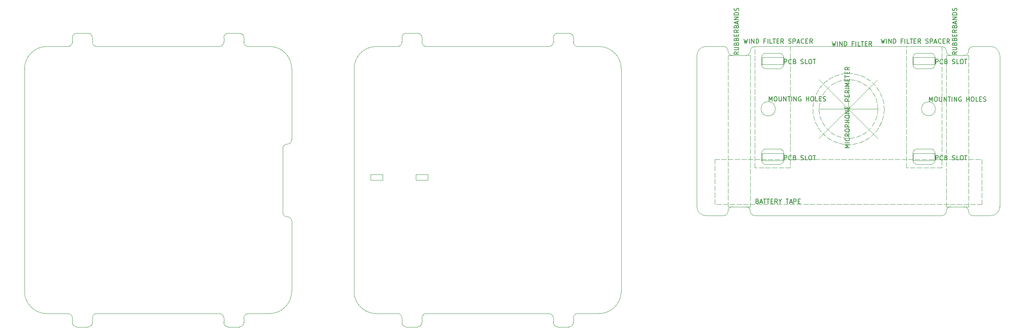
<source format=gbr>
%TF.GenerationSoftware,KiCad,Pcbnew,7.0.2*%
%TF.CreationDate,2023-04-27T15:04:23+02:00*%
%TF.ProjectId,kleinvoet,6b6c6569-6e76-46f6-9574-2e6b69636164,C*%
%TF.SameCoordinates,Original*%
%TF.FileFunction,OtherDrawing,Comment*%
%FSLAX46Y46*%
G04 Gerber Fmt 4.6, Leading zero omitted, Abs format (unit mm)*
G04 Created by KiCad (PCBNEW 7.0.2) date 2023-04-27 15:04:23*
%MOMM*%
%LPD*%
G01*
G04 APERTURE LIST*
%ADD10C,0.100000*%
%ADD11C,0.150000*%
%ADD12C,0.120000*%
%TA.AperFunction,Profile*%
%ADD13C,0.050000*%
%TD*%
G04 APERTURE END LIST*
D10*
X202400000Y-46000000D02*
X215600000Y-46000000D01*
X228562050Y-46000000D02*
G75*
G03*
X228562050Y-46000000I-1562050J0D01*
G01*
X192612452Y-46000000D02*
G75*
G03*
X192612452Y-46000000I-1612452J0D01*
G01*
X202400000Y-39400000D02*
X215600000Y-52600000D01*
X231000000Y-34000000D02*
X232100000Y-34000000D01*
X232500000Y-34000000D02*
X233600000Y-34000000D01*
X234000000Y-34000000D02*
X235100000Y-34000000D01*
X235500000Y-34000000D02*
X236000000Y-34000000D01*
X236000000Y-34000000D02*
X236000000Y-35100000D01*
X236000000Y-35500000D02*
X236000000Y-36600000D01*
X236000000Y-37000000D02*
X236000000Y-38100000D01*
X236000000Y-38500000D02*
X236000000Y-39600000D01*
X236000000Y-40000000D02*
X236000000Y-41100000D01*
X236000000Y-41500000D02*
X236000000Y-42600000D01*
X236000000Y-43000000D02*
X236000000Y-44100000D01*
X236000000Y-44500000D02*
X236000000Y-45600000D01*
X236000000Y-46000000D02*
X236000000Y-47100000D01*
X236000000Y-47500000D02*
X236000000Y-48600000D01*
X236000000Y-49000000D02*
X236000000Y-50100000D01*
X236000000Y-50500000D02*
X236000000Y-51600000D01*
X236000000Y-52000000D02*
X236000000Y-53100000D01*
X236000000Y-53500000D02*
X236000000Y-54600000D01*
X236000000Y-55000000D02*
X236000000Y-56100000D01*
X236000000Y-56500000D02*
X236000000Y-57600000D01*
X236000000Y-58000000D02*
X236000000Y-59100000D01*
X236000000Y-59500000D02*
X236000000Y-60600000D01*
X236000000Y-61000000D02*
X236000000Y-62100000D01*
X236000000Y-62500000D02*
X236000000Y-63600000D01*
X236000000Y-64000000D02*
X236000000Y-65100000D01*
X236000000Y-65500000D02*
X236000000Y-66600000D01*
X236000000Y-67000000D02*
X236000000Y-68000000D01*
X236000000Y-68000000D02*
X234900000Y-68000000D01*
X234500000Y-68000000D02*
X233400000Y-68000000D01*
X233000000Y-68000000D02*
X231900000Y-68000000D01*
X231500000Y-68000000D02*
X231000000Y-68000000D01*
X231000000Y-68000000D02*
X231000000Y-66900000D01*
X231000000Y-66500000D02*
X231000000Y-65400000D01*
X231000000Y-65000000D02*
X231000000Y-63900000D01*
X231000000Y-63500000D02*
X231000000Y-62400000D01*
X231000000Y-62000000D02*
X231000000Y-60900000D01*
X231000000Y-60500000D02*
X231000000Y-59400000D01*
X231000000Y-59000000D02*
X231000000Y-57900000D01*
X231000000Y-57500000D02*
X231000000Y-56400000D01*
X231000000Y-56000000D02*
X231000000Y-54900000D01*
X231000000Y-54500000D02*
X231000000Y-53400000D01*
X231000000Y-53000000D02*
X231000000Y-51900000D01*
X231000000Y-51500000D02*
X231000000Y-50400000D01*
X231000000Y-50000000D02*
X231000000Y-48900000D01*
X231000000Y-48500000D02*
X231000000Y-47400000D01*
X231000000Y-47000000D02*
X231000000Y-45900000D01*
X231000000Y-45500000D02*
X231000000Y-44400000D01*
X231000000Y-44000000D02*
X231000000Y-42900000D01*
X231000000Y-42500000D02*
X231000000Y-41400000D01*
X231000000Y-41000000D02*
X231000000Y-39900000D01*
X231000000Y-39500000D02*
X231000000Y-38400000D01*
X231000000Y-38000000D02*
X231000000Y-36900000D01*
X231000000Y-36500000D02*
X231000000Y-35400000D01*
X231000000Y-35000000D02*
X231000000Y-34000000D01*
X189600000Y-56000000D02*
X194400000Y-56000000D01*
X194400000Y-57600000D01*
X189600000Y-57600000D01*
X189600000Y-56000000D01*
X223600000Y-34400000D02*
X228400000Y-34400000D01*
X228400000Y-36000000D01*
X223600000Y-36000000D01*
X223600000Y-34400000D01*
X222000000Y-32000000D02*
X223100000Y-32000000D01*
X223500000Y-32000000D02*
X224600000Y-32000000D01*
X225000000Y-32000000D02*
X226100000Y-32000000D01*
X226500000Y-32000000D02*
X227600000Y-32000000D01*
X228000000Y-32000000D02*
X229100000Y-32000000D01*
X229500000Y-32000000D02*
X230000000Y-32000000D01*
X230000000Y-32000000D02*
X230000000Y-33100000D01*
X230000000Y-33500000D02*
X230000000Y-34600000D01*
X230000000Y-35000000D02*
X230000000Y-36100000D01*
X230000000Y-36500000D02*
X230000000Y-37600000D01*
X230000000Y-38000000D02*
X230000000Y-39100000D01*
X230000000Y-39500000D02*
X230000000Y-40600000D01*
X230000000Y-41000000D02*
X230000000Y-42100000D01*
X230000000Y-42500000D02*
X230000000Y-43600000D01*
X230000000Y-44000000D02*
X230000000Y-45100000D01*
X230000000Y-45500000D02*
X230000000Y-46600000D01*
X230000000Y-47000000D02*
X230000000Y-48100000D01*
X230000000Y-48500000D02*
X230000000Y-49600000D01*
X230000000Y-50000000D02*
X230000000Y-51100000D01*
X230000000Y-51500000D02*
X230000000Y-52600000D01*
X230000000Y-53000000D02*
X230000000Y-54100000D01*
X230000000Y-54500000D02*
X230000000Y-55600000D01*
X230000000Y-56000000D02*
X230000000Y-57100000D01*
X230000000Y-57500000D02*
X230000000Y-58600000D01*
X230000000Y-59000000D02*
X230000000Y-59200000D01*
X230000000Y-59200000D02*
X228900000Y-59200000D01*
X228500000Y-59200000D02*
X227400000Y-59200000D01*
X227000000Y-59200000D02*
X225900000Y-59200000D01*
X225500000Y-59200000D02*
X224400000Y-59200000D01*
X224000000Y-59200000D02*
X222900000Y-59200000D01*
X222500000Y-59200000D02*
X222000000Y-59200000D01*
X222000000Y-59200000D02*
X222000000Y-58100000D01*
X222000000Y-57700000D02*
X222000000Y-56600000D01*
X222000000Y-56200000D02*
X222000000Y-55100000D01*
X222000000Y-54700000D02*
X222000000Y-53600000D01*
X222000000Y-53200000D02*
X222000000Y-52100000D01*
X222000000Y-51700000D02*
X222000000Y-50600000D01*
X222000000Y-50200000D02*
X222000000Y-49100000D01*
X222000000Y-48700000D02*
X222000000Y-47600000D01*
X222000000Y-47200000D02*
X222000000Y-46100000D01*
X222000000Y-45700000D02*
X222000000Y-44600000D01*
X222000000Y-44200000D02*
X222000000Y-43100000D01*
X222000000Y-42700000D02*
X222000000Y-41600000D01*
X222000000Y-41200000D02*
X222000000Y-40100000D01*
X222000000Y-39700000D02*
X222000000Y-38600000D01*
X222000000Y-38200000D02*
X222000000Y-37100000D01*
X222000000Y-36700000D02*
X222000000Y-35600000D01*
X222000000Y-35200000D02*
X222000000Y-34100000D01*
X222000000Y-33700000D02*
X222000000Y-32600000D01*
X222000000Y-32200000D02*
X222000000Y-32000000D01*
X215600000Y-46000000D02*
X215508545Y-47094914D01*
X215430277Y-47487120D02*
X215094467Y-48533271D01*
X214929840Y-48897756D02*
X214366945Y-49841340D01*
X214124425Y-50159357D02*
X213363396Y-50951845D01*
X213055457Y-51207040D02*
X212135433Y-51807671D01*
X211777912Y-51986919D02*
X210746213Y-52364804D01*
X210357497Y-52458885D02*
X209267182Y-52594589D01*
X208867264Y-52598665D02*
X207774410Y-52485208D01*
X207383858Y-52399069D02*
X206344672Y-52042287D01*
X205983572Y-51870363D02*
X205051499Y-51288605D01*
X204738423Y-51039738D02*
X203961402Y-50262925D01*
X203712452Y-49949916D02*
X203130444Y-49017999D01*
X202958423Y-48656945D02*
X202601363Y-47617854D01*
X202515119Y-47227325D02*
X202401370Y-46134502D01*
X202405338Y-45734583D02*
X202540751Y-44644232D01*
X202634727Y-44255491D02*
X203012337Y-43223690D01*
X203191488Y-42866121D02*
X203791874Y-41945937D01*
X204046986Y-41637929D02*
X204839270Y-40876687D01*
X205157222Y-40634083D02*
X206100656Y-40070935D01*
X206465096Y-39906210D02*
X207511158Y-39570120D01*
X207903342Y-39491748D02*
X208998232Y-39400000D01*
X209397991Y-39412010D02*
X210485398Y-39569324D01*
X210872170Y-39671099D02*
X211896168Y-40069383D01*
X212250062Y-40255690D02*
X213157985Y-40874460D01*
X213460800Y-41135715D02*
X214205953Y-41943148D01*
X214442115Y-42265916D02*
X214986175Y-43220484D01*
X215143536Y-43588163D02*
X215458521Y-44640773D01*
X215528990Y-45034454D02*
X215600000Y-46000000D01*
X188000000Y-32000000D02*
X189100000Y-32000000D01*
X189500000Y-32000000D02*
X190600000Y-32000000D01*
X191000000Y-32000000D02*
X192100000Y-32000000D01*
X192500000Y-32000000D02*
X193600000Y-32000000D01*
X194000000Y-32000000D02*
X195100000Y-32000000D01*
X195500000Y-32000000D02*
X196000000Y-32000000D01*
X196000000Y-32000000D02*
X196000000Y-33100000D01*
X196000000Y-33500000D02*
X196000000Y-34600000D01*
X196000000Y-35000000D02*
X196000000Y-36100000D01*
X196000000Y-36500000D02*
X196000000Y-37600000D01*
X196000000Y-38000000D02*
X196000000Y-39100000D01*
X196000000Y-39500000D02*
X196000000Y-40600000D01*
X196000000Y-41000000D02*
X196000000Y-42100000D01*
X196000000Y-42500000D02*
X196000000Y-43600000D01*
X196000000Y-44000000D02*
X196000000Y-45100000D01*
X196000000Y-45500000D02*
X196000000Y-46600000D01*
X196000000Y-47000000D02*
X196000000Y-48100000D01*
X196000000Y-48500000D02*
X196000000Y-49600000D01*
X196000000Y-50000000D02*
X196000000Y-51100000D01*
X196000000Y-51500000D02*
X196000000Y-52600000D01*
X196000000Y-53000000D02*
X196000000Y-54100000D01*
X196000000Y-54500000D02*
X196000000Y-55600000D01*
X196000000Y-56000000D02*
X196000000Y-57100000D01*
X196000000Y-57500000D02*
X196000000Y-58600000D01*
X196000000Y-59000000D02*
X196000000Y-59200000D01*
X196000000Y-59200000D02*
X194900000Y-59200000D01*
X194500000Y-59200000D02*
X193400000Y-59200000D01*
X193000000Y-59200000D02*
X191900000Y-59200000D01*
X191500000Y-59200000D02*
X190400000Y-59200000D01*
X190000000Y-59200000D02*
X188900000Y-59200000D01*
X188500000Y-59200000D02*
X188000000Y-59200000D01*
X188000000Y-59200000D02*
X188000000Y-58100000D01*
X188000000Y-57700000D02*
X188000000Y-56600000D01*
X188000000Y-56200000D02*
X188000000Y-55100000D01*
X188000000Y-54700000D02*
X188000000Y-53600000D01*
X188000000Y-53200000D02*
X188000000Y-52100000D01*
X188000000Y-51700000D02*
X188000000Y-50600000D01*
X188000000Y-50200000D02*
X188000000Y-49100000D01*
X188000000Y-48700000D02*
X188000000Y-47600000D01*
X188000000Y-47200000D02*
X188000000Y-46100000D01*
X188000000Y-45700000D02*
X188000000Y-44600000D01*
X188000000Y-44200000D02*
X188000000Y-43100000D01*
X188000000Y-42700000D02*
X188000000Y-41600000D01*
X188000000Y-41200000D02*
X188000000Y-40100000D01*
X188000000Y-39700000D02*
X188000000Y-38600000D01*
X188000000Y-38200000D02*
X188000000Y-37100000D01*
X188000000Y-36700000D02*
X188000000Y-35600000D01*
X188000000Y-35200000D02*
X188000000Y-34100000D01*
X188000000Y-33700000D02*
X188000000Y-32600000D01*
X188000000Y-32200000D02*
X188000000Y-32000000D01*
X209000000Y-52603029D02*
X209000000Y-39396971D01*
X223600000Y-56000000D02*
X228400000Y-56000000D01*
X228400000Y-57600000D01*
X223600000Y-57600000D01*
X223600000Y-56000000D01*
X189600000Y-34400000D02*
X194400000Y-34400000D01*
X194400000Y-36000000D01*
X189600000Y-36000000D01*
X189600000Y-34400000D01*
X182000000Y-34000000D02*
X183100000Y-34000000D01*
X183500000Y-34000000D02*
X184600000Y-34000000D01*
X185000000Y-34000000D02*
X186100000Y-34000000D01*
X186500000Y-34000000D02*
X187000000Y-34000000D01*
X187000000Y-34000000D02*
X187000000Y-35100000D01*
X187000000Y-35500000D02*
X187000000Y-36600000D01*
X187000000Y-37000000D02*
X187000000Y-38100000D01*
X187000000Y-38500000D02*
X187000000Y-39600000D01*
X187000000Y-40000000D02*
X187000000Y-41100000D01*
X187000000Y-41500000D02*
X187000000Y-42600000D01*
X187000000Y-43000000D02*
X187000000Y-44100000D01*
X187000000Y-44500000D02*
X187000000Y-45600000D01*
X187000000Y-46000000D02*
X187000000Y-47100000D01*
X187000000Y-47500000D02*
X187000000Y-48600000D01*
X187000000Y-49000000D02*
X187000000Y-50100000D01*
X187000000Y-50500000D02*
X187000000Y-51600000D01*
X187000000Y-52000000D02*
X187000000Y-53100000D01*
X187000000Y-53500000D02*
X187000000Y-54600000D01*
X187000000Y-55000000D02*
X187000000Y-56100000D01*
X187000000Y-56500000D02*
X187000000Y-57600000D01*
X187000000Y-58000000D02*
X187000000Y-59100000D01*
X187000000Y-59500000D02*
X187000000Y-60600000D01*
X187000000Y-61000000D02*
X187000000Y-62100000D01*
X187000000Y-62500000D02*
X187000000Y-63600000D01*
X187000000Y-64000000D02*
X187000000Y-65100000D01*
X187000000Y-65500000D02*
X187000000Y-66600000D01*
X187000000Y-67000000D02*
X187000000Y-68000000D01*
X187000000Y-68000000D02*
X185900000Y-68000000D01*
X185500000Y-68000000D02*
X184400000Y-68000000D01*
X184000000Y-68000000D02*
X182900000Y-68000000D01*
X182500000Y-68000000D02*
X182000000Y-68000000D01*
X182000000Y-68000000D02*
X182000000Y-66900000D01*
X182000000Y-66500000D02*
X182000000Y-65400000D01*
X182000000Y-65000000D02*
X182000000Y-63900000D01*
X182000000Y-63500000D02*
X182000000Y-62400000D01*
X182000000Y-62000000D02*
X182000000Y-60900000D01*
X182000000Y-60500000D02*
X182000000Y-59400000D01*
X182000000Y-59000000D02*
X182000000Y-57900000D01*
X182000000Y-57500000D02*
X182000000Y-56400000D01*
X182000000Y-56000000D02*
X182000000Y-54900000D01*
X182000000Y-54500000D02*
X182000000Y-53400000D01*
X182000000Y-53000000D02*
X182000000Y-51900000D01*
X182000000Y-51500000D02*
X182000000Y-50400000D01*
X182000000Y-50000000D02*
X182000000Y-48900000D01*
X182000000Y-48500000D02*
X182000000Y-47400000D01*
X182000000Y-47000000D02*
X182000000Y-45900000D01*
X182000000Y-45500000D02*
X182000000Y-44400000D01*
X182000000Y-44000000D02*
X182000000Y-42900000D01*
X182000000Y-42500000D02*
X182000000Y-41400000D01*
X182000000Y-41000000D02*
X182000000Y-39900000D01*
X182000000Y-39500000D02*
X182000000Y-38400000D01*
X182000000Y-38000000D02*
X182000000Y-36900000D01*
X182000000Y-36500000D02*
X182000000Y-35400000D01*
X182000000Y-35000000D02*
X182000000Y-34000000D01*
X202400000Y-52600000D02*
X215600000Y-39400000D01*
X179000000Y-57400000D02*
X180100000Y-57400000D01*
X180500000Y-57400000D02*
X181600000Y-57400000D01*
X182000000Y-57400000D02*
X183100000Y-57400000D01*
X183500000Y-57400000D02*
X184600000Y-57400000D01*
X185000000Y-57400000D02*
X186100000Y-57400000D01*
X186500000Y-57400000D02*
X187600000Y-57400000D01*
X188000000Y-57400000D02*
X189100000Y-57400000D01*
X189500000Y-57400000D02*
X190600000Y-57400000D01*
X191000000Y-57400000D02*
X192100000Y-57400000D01*
X192500000Y-57400000D02*
X193600000Y-57400000D01*
X194000000Y-57400000D02*
X195100000Y-57400000D01*
X195500000Y-57400000D02*
X196600000Y-57400000D01*
X197000000Y-57400000D02*
X198100000Y-57400000D01*
X198500000Y-57400000D02*
X199600000Y-57400000D01*
X200000000Y-57400000D02*
X201100000Y-57400000D01*
X201500000Y-57400000D02*
X202600000Y-57400000D01*
X203000000Y-57400000D02*
X204100000Y-57400000D01*
X204500000Y-57400000D02*
X205600000Y-57400000D01*
X206000000Y-57400000D02*
X207100000Y-57400000D01*
X207500000Y-57400000D02*
X208600000Y-57400000D01*
X209000000Y-57400000D02*
X210100000Y-57400000D01*
X210500000Y-57400000D02*
X211600000Y-57400000D01*
X212000000Y-57400000D02*
X213100000Y-57400000D01*
X213500000Y-57400000D02*
X214600000Y-57400000D01*
X215000000Y-57400000D02*
X216100000Y-57400000D01*
X216500000Y-57400000D02*
X217600000Y-57400000D01*
X218000000Y-57400000D02*
X219100000Y-57400000D01*
X219500000Y-57400000D02*
X220600000Y-57400000D01*
X221000000Y-57400000D02*
X222100000Y-57400000D01*
X222500000Y-57400000D02*
X223600000Y-57400000D01*
X224000000Y-57400000D02*
X225100000Y-57400000D01*
X225500000Y-57400000D02*
X226600000Y-57400000D01*
X227000000Y-57400000D02*
X228100000Y-57400000D01*
X228500000Y-57400000D02*
X229600000Y-57400000D01*
X230000000Y-57400000D02*
X231100000Y-57400000D01*
X231500000Y-57400000D02*
X232600000Y-57400000D01*
X233000000Y-57400000D02*
X234100000Y-57400000D01*
X234500000Y-57400000D02*
X235600000Y-57400000D01*
X236000000Y-57400000D02*
X237100000Y-57400000D01*
X237500000Y-57400000D02*
X238600000Y-57400000D01*
X239000000Y-57400000D02*
X239000000Y-57400000D01*
X239000000Y-57400000D02*
X239000000Y-58500000D01*
X239000000Y-58900000D02*
X239000000Y-60000000D01*
X239000000Y-60400000D02*
X239000000Y-61500000D01*
X239000000Y-61900000D02*
X239000000Y-63000000D01*
X239000000Y-63400000D02*
X239000000Y-64500000D01*
X239000000Y-64900000D02*
X239000000Y-66000000D01*
X239000000Y-66400000D02*
X239000000Y-67400000D01*
X239000000Y-67400000D02*
X237900000Y-67400000D01*
X237500000Y-67400000D02*
X236400000Y-67400000D01*
X236000000Y-67400000D02*
X234900000Y-67400000D01*
X234500000Y-67400000D02*
X233400000Y-67400000D01*
X233000000Y-67400000D02*
X231900000Y-67400000D01*
X231500000Y-67400000D02*
X230400000Y-67400000D01*
X230000000Y-67400000D02*
X228900000Y-67400000D01*
X228500000Y-67400000D02*
X227400000Y-67400000D01*
X227000000Y-67400000D02*
X225900000Y-67400000D01*
X225500000Y-67400000D02*
X224400000Y-67400000D01*
X224000000Y-67400000D02*
X222900000Y-67400000D01*
X222500000Y-67400000D02*
X221400000Y-67400000D01*
X221000000Y-67400000D02*
X219900000Y-67400000D01*
X219500000Y-67400000D02*
X218400000Y-67400000D01*
X218000000Y-67400000D02*
X216900000Y-67400000D01*
X216500000Y-67400000D02*
X215400000Y-67400000D01*
X215000000Y-67400000D02*
X213900000Y-67400000D01*
X213500000Y-67400000D02*
X212400000Y-67400000D01*
X212000000Y-67400000D02*
X210900000Y-67400000D01*
X210500000Y-67400000D02*
X209400000Y-67400000D01*
X209000000Y-67400000D02*
X207900000Y-67400000D01*
X207500000Y-67400000D02*
X206400000Y-67400000D01*
X206000000Y-67400000D02*
X204900000Y-67400000D01*
X204500000Y-67400000D02*
X203400000Y-67400000D01*
X203000000Y-67400000D02*
X201900000Y-67400000D01*
X201500000Y-67400000D02*
X200400000Y-67400000D01*
X200000000Y-67400000D02*
X198900000Y-67400000D01*
X198500000Y-67400000D02*
X197400000Y-67400000D01*
X197000000Y-67400000D02*
X195900000Y-67400000D01*
X195500000Y-67400000D02*
X194400000Y-67400000D01*
X194000000Y-67400000D02*
X192900000Y-67400000D01*
X192500000Y-67400000D02*
X191400000Y-67400000D01*
X191000000Y-67400000D02*
X189900000Y-67400000D01*
X189500000Y-67400000D02*
X188400000Y-67400000D01*
X188000000Y-67400000D02*
X186900000Y-67400000D01*
X186500000Y-67400000D02*
X185400000Y-67400000D01*
X185000000Y-67400000D02*
X183900000Y-67400000D01*
X183500000Y-67400000D02*
X182400000Y-67400000D01*
X182000000Y-67400000D02*
X180900000Y-67400000D01*
X180500000Y-67400000D02*
X179400000Y-67400000D01*
X179000000Y-67400000D02*
X179000000Y-67400000D01*
X179000000Y-67400000D02*
X179000000Y-66300000D01*
X179000000Y-65900000D02*
X179000000Y-64800000D01*
X179000000Y-64400000D02*
X179000000Y-63300000D01*
X179000000Y-62900000D02*
X179000000Y-61800000D01*
X179000000Y-61400000D02*
X179000000Y-60300000D01*
X179000000Y-59900000D02*
X179000000Y-58800000D01*
X179000000Y-58400000D02*
X179000000Y-57400000D01*
X217000000Y-46000000D02*
X216924494Y-47096537D01*
X216859786Y-47491226D02*
X216581205Y-48554470D01*
X216444060Y-48930180D02*
X215972170Y-49922860D01*
X215767395Y-50266421D02*
X215118737Y-51153741D01*
X214853510Y-51453110D02*
X214050821Y-52203966D01*
X213734440Y-52448648D02*
X212805857Y-53036721D01*
X212449412Y-53218140D02*
X211427485Y-53622815D01*
X211043470Y-53734612D02*
X209964022Y-53941703D01*
X209565897Y-53979959D02*
X208466766Y-53982209D01*
X208068488Y-53945582D02*
X206988201Y-53742910D01*
X206603731Y-53632686D02*
X205580158Y-53232197D01*
X205222972Y-53052238D02*
X204291991Y-52467971D01*
X203974611Y-52224585D02*
X203168855Y-51477020D01*
X202902406Y-51178740D02*
X202250121Y-50294082D01*
X202043942Y-49951362D02*
X201567993Y-48960621D01*
X201429312Y-48585476D02*
X201146382Y-47523381D01*
X201080060Y-47128960D02*
X201000066Y-46032741D01*
X201008428Y-45632870D02*
X201134176Y-44540953D01*
X201216928Y-44149649D02*
X201544009Y-43100310D01*
X201698251Y-42731289D02*
X202215199Y-41761310D01*
X202435525Y-41427509D02*
X203124220Y-40570891D01*
X203402905Y-40284010D02*
X204239207Y-39570781D01*
X204566483Y-39340875D02*
X205521075Y-38796036D01*
X205885471Y-38631166D02*
X206924891Y-38273815D01*
X207313633Y-38179759D02*
X208401448Y-38022422D01*
X208800908Y-38002477D02*
X209898985Y-38050671D01*
X210295162Y-38105536D02*
X211365010Y-38357570D01*
X211744016Y-38485322D02*
X212748133Y-38932362D01*
X213096683Y-39128524D02*
X213999871Y-39754899D01*
X214305748Y-40012593D02*
X215076348Y-40796347D01*
X215328828Y-41106542D02*
X215939827Y-42020202D01*
X216130061Y-42372022D02*
X216560042Y-43383561D01*
X216681362Y-43764676D02*
X216915253Y-44838635D01*
X216963405Y-45235685D02*
X217000000Y-46000000D01*
D11*
X185542857Y-30277619D02*
X185780952Y-31277619D01*
X185780952Y-31277619D02*
X185971428Y-30563333D01*
X185971428Y-30563333D02*
X186161904Y-31277619D01*
X186161904Y-31277619D02*
X186400000Y-30277619D01*
X186780952Y-31277619D02*
X186780952Y-30277619D01*
X187257142Y-31277619D02*
X187257142Y-30277619D01*
X187257142Y-30277619D02*
X187828570Y-31277619D01*
X187828570Y-31277619D02*
X187828570Y-30277619D01*
X188304761Y-31277619D02*
X188304761Y-30277619D01*
X188304761Y-30277619D02*
X188542856Y-30277619D01*
X188542856Y-30277619D02*
X188685713Y-30325238D01*
X188685713Y-30325238D02*
X188780951Y-30420476D01*
X188780951Y-30420476D02*
X188828570Y-30515714D01*
X188828570Y-30515714D02*
X188876189Y-30706190D01*
X188876189Y-30706190D02*
X188876189Y-30849047D01*
X188876189Y-30849047D02*
X188828570Y-31039523D01*
X188828570Y-31039523D02*
X188780951Y-31134761D01*
X188780951Y-31134761D02*
X188685713Y-31230000D01*
X188685713Y-31230000D02*
X188542856Y-31277619D01*
X188542856Y-31277619D02*
X188304761Y-31277619D01*
X190399999Y-30753809D02*
X190066666Y-30753809D01*
X190066666Y-31277619D02*
X190066666Y-30277619D01*
X190066666Y-30277619D02*
X190542856Y-30277619D01*
X190923809Y-31277619D02*
X190923809Y-30277619D01*
X191876189Y-31277619D02*
X191399999Y-31277619D01*
X191399999Y-31277619D02*
X191399999Y-30277619D01*
X192066666Y-30277619D02*
X192638094Y-30277619D01*
X192352380Y-31277619D02*
X192352380Y-30277619D01*
X192971428Y-30753809D02*
X193304761Y-30753809D01*
X193447618Y-31277619D02*
X192971428Y-31277619D01*
X192971428Y-31277619D02*
X192971428Y-30277619D01*
X192971428Y-30277619D02*
X193447618Y-30277619D01*
X194447618Y-31277619D02*
X194114285Y-30801428D01*
X193876190Y-31277619D02*
X193876190Y-30277619D01*
X193876190Y-30277619D02*
X194257142Y-30277619D01*
X194257142Y-30277619D02*
X194352380Y-30325238D01*
X194352380Y-30325238D02*
X194399999Y-30372857D01*
X194399999Y-30372857D02*
X194447618Y-30468095D01*
X194447618Y-30468095D02*
X194447618Y-30610952D01*
X194447618Y-30610952D02*
X194399999Y-30706190D01*
X194399999Y-30706190D02*
X194352380Y-30753809D01*
X194352380Y-30753809D02*
X194257142Y-30801428D01*
X194257142Y-30801428D02*
X193876190Y-30801428D01*
X195590476Y-31230000D02*
X195733333Y-31277619D01*
X195733333Y-31277619D02*
X195971428Y-31277619D01*
X195971428Y-31277619D02*
X196066666Y-31230000D01*
X196066666Y-31230000D02*
X196114285Y-31182380D01*
X196114285Y-31182380D02*
X196161904Y-31087142D01*
X196161904Y-31087142D02*
X196161904Y-30991904D01*
X196161904Y-30991904D02*
X196114285Y-30896666D01*
X196114285Y-30896666D02*
X196066666Y-30849047D01*
X196066666Y-30849047D02*
X195971428Y-30801428D01*
X195971428Y-30801428D02*
X195780952Y-30753809D01*
X195780952Y-30753809D02*
X195685714Y-30706190D01*
X195685714Y-30706190D02*
X195638095Y-30658571D01*
X195638095Y-30658571D02*
X195590476Y-30563333D01*
X195590476Y-30563333D02*
X195590476Y-30468095D01*
X195590476Y-30468095D02*
X195638095Y-30372857D01*
X195638095Y-30372857D02*
X195685714Y-30325238D01*
X195685714Y-30325238D02*
X195780952Y-30277619D01*
X195780952Y-30277619D02*
X196019047Y-30277619D01*
X196019047Y-30277619D02*
X196161904Y-30325238D01*
X196590476Y-31277619D02*
X196590476Y-30277619D01*
X196590476Y-30277619D02*
X196971428Y-30277619D01*
X196971428Y-30277619D02*
X197066666Y-30325238D01*
X197066666Y-30325238D02*
X197114285Y-30372857D01*
X197114285Y-30372857D02*
X197161904Y-30468095D01*
X197161904Y-30468095D02*
X197161904Y-30610952D01*
X197161904Y-30610952D02*
X197114285Y-30706190D01*
X197114285Y-30706190D02*
X197066666Y-30753809D01*
X197066666Y-30753809D02*
X196971428Y-30801428D01*
X196971428Y-30801428D02*
X196590476Y-30801428D01*
X197542857Y-30991904D02*
X198019047Y-30991904D01*
X197447619Y-31277619D02*
X197780952Y-30277619D01*
X197780952Y-30277619D02*
X198114285Y-31277619D01*
X199019047Y-31182380D02*
X198971428Y-31230000D01*
X198971428Y-31230000D02*
X198828571Y-31277619D01*
X198828571Y-31277619D02*
X198733333Y-31277619D01*
X198733333Y-31277619D02*
X198590476Y-31230000D01*
X198590476Y-31230000D02*
X198495238Y-31134761D01*
X198495238Y-31134761D02*
X198447619Y-31039523D01*
X198447619Y-31039523D02*
X198400000Y-30849047D01*
X198400000Y-30849047D02*
X198400000Y-30706190D01*
X198400000Y-30706190D02*
X198447619Y-30515714D01*
X198447619Y-30515714D02*
X198495238Y-30420476D01*
X198495238Y-30420476D02*
X198590476Y-30325238D01*
X198590476Y-30325238D02*
X198733333Y-30277619D01*
X198733333Y-30277619D02*
X198828571Y-30277619D01*
X198828571Y-30277619D02*
X198971428Y-30325238D01*
X198971428Y-30325238D02*
X199019047Y-30372857D01*
X199447619Y-30753809D02*
X199780952Y-30753809D01*
X199923809Y-31277619D02*
X199447619Y-31277619D01*
X199447619Y-31277619D02*
X199447619Y-30277619D01*
X199447619Y-30277619D02*
X199923809Y-30277619D01*
X200923809Y-31277619D02*
X200590476Y-30801428D01*
X200352381Y-31277619D02*
X200352381Y-30277619D01*
X200352381Y-30277619D02*
X200733333Y-30277619D01*
X200733333Y-30277619D02*
X200828571Y-30325238D01*
X200828571Y-30325238D02*
X200876190Y-30372857D01*
X200876190Y-30372857D02*
X200923809Y-30468095D01*
X200923809Y-30468095D02*
X200923809Y-30610952D01*
X200923809Y-30610952D02*
X200876190Y-30706190D01*
X200876190Y-30706190D02*
X200828571Y-30753809D01*
X200828571Y-30753809D02*
X200733333Y-30801428D01*
X200733333Y-30801428D02*
X200352381Y-30801428D01*
X205342857Y-30877619D02*
X205580952Y-31877619D01*
X205580952Y-31877619D02*
X205771428Y-31163333D01*
X205771428Y-31163333D02*
X205961904Y-31877619D01*
X205961904Y-31877619D02*
X206200000Y-30877619D01*
X206580952Y-31877619D02*
X206580952Y-30877619D01*
X207057142Y-31877619D02*
X207057142Y-30877619D01*
X207057142Y-30877619D02*
X207628570Y-31877619D01*
X207628570Y-31877619D02*
X207628570Y-30877619D01*
X208104761Y-31877619D02*
X208104761Y-30877619D01*
X208104761Y-30877619D02*
X208342856Y-30877619D01*
X208342856Y-30877619D02*
X208485713Y-30925238D01*
X208485713Y-30925238D02*
X208580951Y-31020476D01*
X208580951Y-31020476D02*
X208628570Y-31115714D01*
X208628570Y-31115714D02*
X208676189Y-31306190D01*
X208676189Y-31306190D02*
X208676189Y-31449047D01*
X208676189Y-31449047D02*
X208628570Y-31639523D01*
X208628570Y-31639523D02*
X208580951Y-31734761D01*
X208580951Y-31734761D02*
X208485713Y-31830000D01*
X208485713Y-31830000D02*
X208342856Y-31877619D01*
X208342856Y-31877619D02*
X208104761Y-31877619D01*
X210199999Y-31353809D02*
X209866666Y-31353809D01*
X209866666Y-31877619D02*
X209866666Y-30877619D01*
X209866666Y-30877619D02*
X210342856Y-30877619D01*
X210723809Y-31877619D02*
X210723809Y-30877619D01*
X211676189Y-31877619D02*
X211199999Y-31877619D01*
X211199999Y-31877619D02*
X211199999Y-30877619D01*
X211866666Y-30877619D02*
X212438094Y-30877619D01*
X212152380Y-31877619D02*
X212152380Y-30877619D01*
X212771428Y-31353809D02*
X213104761Y-31353809D01*
X213247618Y-31877619D02*
X212771428Y-31877619D01*
X212771428Y-31877619D02*
X212771428Y-30877619D01*
X212771428Y-30877619D02*
X213247618Y-30877619D01*
X214247618Y-31877619D02*
X213914285Y-31401428D01*
X213676190Y-31877619D02*
X213676190Y-30877619D01*
X213676190Y-30877619D02*
X214057142Y-30877619D01*
X214057142Y-30877619D02*
X214152380Y-30925238D01*
X214152380Y-30925238D02*
X214199999Y-30972857D01*
X214199999Y-30972857D02*
X214247618Y-31068095D01*
X214247618Y-31068095D02*
X214247618Y-31210952D01*
X214247618Y-31210952D02*
X214199999Y-31306190D01*
X214199999Y-31306190D02*
X214152380Y-31353809D01*
X214152380Y-31353809D02*
X214057142Y-31401428D01*
X214057142Y-31401428D02*
X213676190Y-31401428D01*
X228638095Y-35877619D02*
X228638095Y-34877619D01*
X228638095Y-34877619D02*
X229019047Y-34877619D01*
X229019047Y-34877619D02*
X229114285Y-34925238D01*
X229114285Y-34925238D02*
X229161904Y-34972857D01*
X229161904Y-34972857D02*
X229209523Y-35068095D01*
X229209523Y-35068095D02*
X229209523Y-35210952D01*
X229209523Y-35210952D02*
X229161904Y-35306190D01*
X229161904Y-35306190D02*
X229114285Y-35353809D01*
X229114285Y-35353809D02*
X229019047Y-35401428D01*
X229019047Y-35401428D02*
X228638095Y-35401428D01*
X230209523Y-35782380D02*
X230161904Y-35830000D01*
X230161904Y-35830000D02*
X230019047Y-35877619D01*
X230019047Y-35877619D02*
X229923809Y-35877619D01*
X229923809Y-35877619D02*
X229780952Y-35830000D01*
X229780952Y-35830000D02*
X229685714Y-35734761D01*
X229685714Y-35734761D02*
X229638095Y-35639523D01*
X229638095Y-35639523D02*
X229590476Y-35449047D01*
X229590476Y-35449047D02*
X229590476Y-35306190D01*
X229590476Y-35306190D02*
X229638095Y-35115714D01*
X229638095Y-35115714D02*
X229685714Y-35020476D01*
X229685714Y-35020476D02*
X229780952Y-34925238D01*
X229780952Y-34925238D02*
X229923809Y-34877619D01*
X229923809Y-34877619D02*
X230019047Y-34877619D01*
X230019047Y-34877619D02*
X230161904Y-34925238D01*
X230161904Y-34925238D02*
X230209523Y-34972857D01*
X230971428Y-35353809D02*
X231114285Y-35401428D01*
X231114285Y-35401428D02*
X231161904Y-35449047D01*
X231161904Y-35449047D02*
X231209523Y-35544285D01*
X231209523Y-35544285D02*
X231209523Y-35687142D01*
X231209523Y-35687142D02*
X231161904Y-35782380D01*
X231161904Y-35782380D02*
X231114285Y-35830000D01*
X231114285Y-35830000D02*
X231019047Y-35877619D01*
X231019047Y-35877619D02*
X230638095Y-35877619D01*
X230638095Y-35877619D02*
X230638095Y-34877619D01*
X230638095Y-34877619D02*
X230971428Y-34877619D01*
X230971428Y-34877619D02*
X231066666Y-34925238D01*
X231066666Y-34925238D02*
X231114285Y-34972857D01*
X231114285Y-34972857D02*
X231161904Y-35068095D01*
X231161904Y-35068095D02*
X231161904Y-35163333D01*
X231161904Y-35163333D02*
X231114285Y-35258571D01*
X231114285Y-35258571D02*
X231066666Y-35306190D01*
X231066666Y-35306190D02*
X230971428Y-35353809D01*
X230971428Y-35353809D02*
X230638095Y-35353809D01*
X232352381Y-35830000D02*
X232495238Y-35877619D01*
X232495238Y-35877619D02*
X232733333Y-35877619D01*
X232733333Y-35877619D02*
X232828571Y-35830000D01*
X232828571Y-35830000D02*
X232876190Y-35782380D01*
X232876190Y-35782380D02*
X232923809Y-35687142D01*
X232923809Y-35687142D02*
X232923809Y-35591904D01*
X232923809Y-35591904D02*
X232876190Y-35496666D01*
X232876190Y-35496666D02*
X232828571Y-35449047D01*
X232828571Y-35449047D02*
X232733333Y-35401428D01*
X232733333Y-35401428D02*
X232542857Y-35353809D01*
X232542857Y-35353809D02*
X232447619Y-35306190D01*
X232447619Y-35306190D02*
X232400000Y-35258571D01*
X232400000Y-35258571D02*
X232352381Y-35163333D01*
X232352381Y-35163333D02*
X232352381Y-35068095D01*
X232352381Y-35068095D02*
X232400000Y-34972857D01*
X232400000Y-34972857D02*
X232447619Y-34925238D01*
X232447619Y-34925238D02*
X232542857Y-34877619D01*
X232542857Y-34877619D02*
X232780952Y-34877619D01*
X232780952Y-34877619D02*
X232923809Y-34925238D01*
X233828571Y-35877619D02*
X233352381Y-35877619D01*
X233352381Y-35877619D02*
X233352381Y-34877619D01*
X234352381Y-34877619D02*
X234542857Y-34877619D01*
X234542857Y-34877619D02*
X234638095Y-34925238D01*
X234638095Y-34925238D02*
X234733333Y-35020476D01*
X234733333Y-35020476D02*
X234780952Y-35210952D01*
X234780952Y-35210952D02*
X234780952Y-35544285D01*
X234780952Y-35544285D02*
X234733333Y-35734761D01*
X234733333Y-35734761D02*
X234638095Y-35830000D01*
X234638095Y-35830000D02*
X234542857Y-35877619D01*
X234542857Y-35877619D02*
X234352381Y-35877619D01*
X234352381Y-35877619D02*
X234257143Y-35830000D01*
X234257143Y-35830000D02*
X234161905Y-35734761D01*
X234161905Y-35734761D02*
X234114286Y-35544285D01*
X234114286Y-35544285D02*
X234114286Y-35210952D01*
X234114286Y-35210952D02*
X234161905Y-35020476D01*
X234161905Y-35020476D02*
X234257143Y-34925238D01*
X234257143Y-34925238D02*
X234352381Y-34877619D01*
X235066667Y-34877619D02*
X235638095Y-34877619D01*
X235352381Y-35877619D02*
X235352381Y-34877619D01*
X227238095Y-44315570D02*
X227238095Y-43315570D01*
X227238095Y-43315570D02*
X227571428Y-44029855D01*
X227571428Y-44029855D02*
X227904761Y-43315570D01*
X227904761Y-43315570D02*
X227904761Y-44315570D01*
X228571428Y-43315570D02*
X228761904Y-43315570D01*
X228761904Y-43315570D02*
X228857142Y-43363189D01*
X228857142Y-43363189D02*
X228952380Y-43458427D01*
X228952380Y-43458427D02*
X228999999Y-43648903D01*
X228999999Y-43648903D02*
X228999999Y-43982236D01*
X228999999Y-43982236D02*
X228952380Y-44172712D01*
X228952380Y-44172712D02*
X228857142Y-44267951D01*
X228857142Y-44267951D02*
X228761904Y-44315570D01*
X228761904Y-44315570D02*
X228571428Y-44315570D01*
X228571428Y-44315570D02*
X228476190Y-44267951D01*
X228476190Y-44267951D02*
X228380952Y-44172712D01*
X228380952Y-44172712D02*
X228333333Y-43982236D01*
X228333333Y-43982236D02*
X228333333Y-43648903D01*
X228333333Y-43648903D02*
X228380952Y-43458427D01*
X228380952Y-43458427D02*
X228476190Y-43363189D01*
X228476190Y-43363189D02*
X228571428Y-43315570D01*
X229428571Y-43315570D02*
X229428571Y-44125093D01*
X229428571Y-44125093D02*
X229476190Y-44220331D01*
X229476190Y-44220331D02*
X229523809Y-44267951D01*
X229523809Y-44267951D02*
X229619047Y-44315570D01*
X229619047Y-44315570D02*
X229809523Y-44315570D01*
X229809523Y-44315570D02*
X229904761Y-44267951D01*
X229904761Y-44267951D02*
X229952380Y-44220331D01*
X229952380Y-44220331D02*
X229999999Y-44125093D01*
X229999999Y-44125093D02*
X229999999Y-43315570D01*
X230476190Y-44315570D02*
X230476190Y-43315570D01*
X230476190Y-43315570D02*
X231047618Y-44315570D01*
X231047618Y-44315570D02*
X231047618Y-43315570D01*
X231380952Y-43315570D02*
X231952380Y-43315570D01*
X231666666Y-44315570D02*
X231666666Y-43315570D01*
X232285714Y-44315570D02*
X232285714Y-43315570D01*
X232761904Y-44315570D02*
X232761904Y-43315570D01*
X232761904Y-43315570D02*
X233333332Y-44315570D01*
X233333332Y-44315570D02*
X233333332Y-43315570D01*
X234333332Y-43363189D02*
X234238094Y-43315570D01*
X234238094Y-43315570D02*
X234095237Y-43315570D01*
X234095237Y-43315570D02*
X233952380Y-43363189D01*
X233952380Y-43363189D02*
X233857142Y-43458427D01*
X233857142Y-43458427D02*
X233809523Y-43553665D01*
X233809523Y-43553665D02*
X233761904Y-43744141D01*
X233761904Y-43744141D02*
X233761904Y-43886998D01*
X233761904Y-43886998D02*
X233809523Y-44077474D01*
X233809523Y-44077474D02*
X233857142Y-44172712D01*
X233857142Y-44172712D02*
X233952380Y-44267951D01*
X233952380Y-44267951D02*
X234095237Y-44315570D01*
X234095237Y-44315570D02*
X234190475Y-44315570D01*
X234190475Y-44315570D02*
X234333332Y-44267951D01*
X234333332Y-44267951D02*
X234380951Y-44220331D01*
X234380951Y-44220331D02*
X234380951Y-43886998D01*
X234380951Y-43886998D02*
X234190475Y-43886998D01*
X235571428Y-44315570D02*
X235571428Y-43315570D01*
X235571428Y-43791760D02*
X236142856Y-43791760D01*
X236142856Y-44315570D02*
X236142856Y-43315570D01*
X236809523Y-43315570D02*
X236999999Y-43315570D01*
X236999999Y-43315570D02*
X237095237Y-43363189D01*
X237095237Y-43363189D02*
X237190475Y-43458427D01*
X237190475Y-43458427D02*
X237238094Y-43648903D01*
X237238094Y-43648903D02*
X237238094Y-43982236D01*
X237238094Y-43982236D02*
X237190475Y-44172712D01*
X237190475Y-44172712D02*
X237095237Y-44267951D01*
X237095237Y-44267951D02*
X236999999Y-44315570D01*
X236999999Y-44315570D02*
X236809523Y-44315570D01*
X236809523Y-44315570D02*
X236714285Y-44267951D01*
X236714285Y-44267951D02*
X236619047Y-44172712D01*
X236619047Y-44172712D02*
X236571428Y-43982236D01*
X236571428Y-43982236D02*
X236571428Y-43648903D01*
X236571428Y-43648903D02*
X236619047Y-43458427D01*
X236619047Y-43458427D02*
X236714285Y-43363189D01*
X236714285Y-43363189D02*
X236809523Y-43315570D01*
X238142856Y-44315570D02*
X237666666Y-44315570D01*
X237666666Y-44315570D02*
X237666666Y-43315570D01*
X238476190Y-43791760D02*
X238809523Y-43791760D01*
X238952380Y-44315570D02*
X238476190Y-44315570D01*
X238476190Y-44315570D02*
X238476190Y-43315570D01*
X238476190Y-43315570D02*
X238952380Y-43315570D01*
X239333333Y-44267951D02*
X239476190Y-44315570D01*
X239476190Y-44315570D02*
X239714285Y-44315570D01*
X239714285Y-44315570D02*
X239809523Y-44267951D01*
X239809523Y-44267951D02*
X239857142Y-44220331D01*
X239857142Y-44220331D02*
X239904761Y-44125093D01*
X239904761Y-44125093D02*
X239904761Y-44029855D01*
X239904761Y-44029855D02*
X239857142Y-43934617D01*
X239857142Y-43934617D02*
X239809523Y-43886998D01*
X239809523Y-43886998D02*
X239714285Y-43839379D01*
X239714285Y-43839379D02*
X239523809Y-43791760D01*
X239523809Y-43791760D02*
X239428571Y-43744141D01*
X239428571Y-43744141D02*
X239380952Y-43696522D01*
X239380952Y-43696522D02*
X239333333Y-43601284D01*
X239333333Y-43601284D02*
X239333333Y-43506046D01*
X239333333Y-43506046D02*
X239380952Y-43410808D01*
X239380952Y-43410808D02*
X239428571Y-43363189D01*
X239428571Y-43363189D02*
X239523809Y-43315570D01*
X239523809Y-43315570D02*
X239761904Y-43315570D01*
X239761904Y-43315570D02*
X239904761Y-43363189D01*
X194638095Y-57477619D02*
X194638095Y-56477619D01*
X194638095Y-56477619D02*
X195019047Y-56477619D01*
X195019047Y-56477619D02*
X195114285Y-56525238D01*
X195114285Y-56525238D02*
X195161904Y-56572857D01*
X195161904Y-56572857D02*
X195209523Y-56668095D01*
X195209523Y-56668095D02*
X195209523Y-56810952D01*
X195209523Y-56810952D02*
X195161904Y-56906190D01*
X195161904Y-56906190D02*
X195114285Y-56953809D01*
X195114285Y-56953809D02*
X195019047Y-57001428D01*
X195019047Y-57001428D02*
X194638095Y-57001428D01*
X196209523Y-57382380D02*
X196161904Y-57430000D01*
X196161904Y-57430000D02*
X196019047Y-57477619D01*
X196019047Y-57477619D02*
X195923809Y-57477619D01*
X195923809Y-57477619D02*
X195780952Y-57430000D01*
X195780952Y-57430000D02*
X195685714Y-57334761D01*
X195685714Y-57334761D02*
X195638095Y-57239523D01*
X195638095Y-57239523D02*
X195590476Y-57049047D01*
X195590476Y-57049047D02*
X195590476Y-56906190D01*
X195590476Y-56906190D02*
X195638095Y-56715714D01*
X195638095Y-56715714D02*
X195685714Y-56620476D01*
X195685714Y-56620476D02*
X195780952Y-56525238D01*
X195780952Y-56525238D02*
X195923809Y-56477619D01*
X195923809Y-56477619D02*
X196019047Y-56477619D01*
X196019047Y-56477619D02*
X196161904Y-56525238D01*
X196161904Y-56525238D02*
X196209523Y-56572857D01*
X196971428Y-56953809D02*
X197114285Y-57001428D01*
X197114285Y-57001428D02*
X197161904Y-57049047D01*
X197161904Y-57049047D02*
X197209523Y-57144285D01*
X197209523Y-57144285D02*
X197209523Y-57287142D01*
X197209523Y-57287142D02*
X197161904Y-57382380D01*
X197161904Y-57382380D02*
X197114285Y-57430000D01*
X197114285Y-57430000D02*
X197019047Y-57477619D01*
X197019047Y-57477619D02*
X196638095Y-57477619D01*
X196638095Y-57477619D02*
X196638095Y-56477619D01*
X196638095Y-56477619D02*
X196971428Y-56477619D01*
X196971428Y-56477619D02*
X197066666Y-56525238D01*
X197066666Y-56525238D02*
X197114285Y-56572857D01*
X197114285Y-56572857D02*
X197161904Y-56668095D01*
X197161904Y-56668095D02*
X197161904Y-56763333D01*
X197161904Y-56763333D02*
X197114285Y-56858571D01*
X197114285Y-56858571D02*
X197066666Y-56906190D01*
X197066666Y-56906190D02*
X196971428Y-56953809D01*
X196971428Y-56953809D02*
X196638095Y-56953809D01*
X198352381Y-57430000D02*
X198495238Y-57477619D01*
X198495238Y-57477619D02*
X198733333Y-57477619D01*
X198733333Y-57477619D02*
X198828571Y-57430000D01*
X198828571Y-57430000D02*
X198876190Y-57382380D01*
X198876190Y-57382380D02*
X198923809Y-57287142D01*
X198923809Y-57287142D02*
X198923809Y-57191904D01*
X198923809Y-57191904D02*
X198876190Y-57096666D01*
X198876190Y-57096666D02*
X198828571Y-57049047D01*
X198828571Y-57049047D02*
X198733333Y-57001428D01*
X198733333Y-57001428D02*
X198542857Y-56953809D01*
X198542857Y-56953809D02*
X198447619Y-56906190D01*
X198447619Y-56906190D02*
X198400000Y-56858571D01*
X198400000Y-56858571D02*
X198352381Y-56763333D01*
X198352381Y-56763333D02*
X198352381Y-56668095D01*
X198352381Y-56668095D02*
X198400000Y-56572857D01*
X198400000Y-56572857D02*
X198447619Y-56525238D01*
X198447619Y-56525238D02*
X198542857Y-56477619D01*
X198542857Y-56477619D02*
X198780952Y-56477619D01*
X198780952Y-56477619D02*
X198923809Y-56525238D01*
X199828571Y-57477619D02*
X199352381Y-57477619D01*
X199352381Y-57477619D02*
X199352381Y-56477619D01*
X200352381Y-56477619D02*
X200542857Y-56477619D01*
X200542857Y-56477619D02*
X200638095Y-56525238D01*
X200638095Y-56525238D02*
X200733333Y-56620476D01*
X200733333Y-56620476D02*
X200780952Y-56810952D01*
X200780952Y-56810952D02*
X200780952Y-57144285D01*
X200780952Y-57144285D02*
X200733333Y-57334761D01*
X200733333Y-57334761D02*
X200638095Y-57430000D01*
X200638095Y-57430000D02*
X200542857Y-57477619D01*
X200542857Y-57477619D02*
X200352381Y-57477619D01*
X200352381Y-57477619D02*
X200257143Y-57430000D01*
X200257143Y-57430000D02*
X200161905Y-57334761D01*
X200161905Y-57334761D02*
X200114286Y-57144285D01*
X200114286Y-57144285D02*
X200114286Y-56810952D01*
X200114286Y-56810952D02*
X200161905Y-56620476D01*
X200161905Y-56620476D02*
X200257143Y-56525238D01*
X200257143Y-56525238D02*
X200352381Y-56477619D01*
X201066667Y-56477619D02*
X201638095Y-56477619D01*
X201352381Y-57477619D02*
X201352381Y-56477619D01*
X228638095Y-57477619D02*
X228638095Y-56477619D01*
X228638095Y-56477619D02*
X229019047Y-56477619D01*
X229019047Y-56477619D02*
X229114285Y-56525238D01*
X229114285Y-56525238D02*
X229161904Y-56572857D01*
X229161904Y-56572857D02*
X229209523Y-56668095D01*
X229209523Y-56668095D02*
X229209523Y-56810952D01*
X229209523Y-56810952D02*
X229161904Y-56906190D01*
X229161904Y-56906190D02*
X229114285Y-56953809D01*
X229114285Y-56953809D02*
X229019047Y-57001428D01*
X229019047Y-57001428D02*
X228638095Y-57001428D01*
X230209523Y-57382380D02*
X230161904Y-57430000D01*
X230161904Y-57430000D02*
X230019047Y-57477619D01*
X230019047Y-57477619D02*
X229923809Y-57477619D01*
X229923809Y-57477619D02*
X229780952Y-57430000D01*
X229780952Y-57430000D02*
X229685714Y-57334761D01*
X229685714Y-57334761D02*
X229638095Y-57239523D01*
X229638095Y-57239523D02*
X229590476Y-57049047D01*
X229590476Y-57049047D02*
X229590476Y-56906190D01*
X229590476Y-56906190D02*
X229638095Y-56715714D01*
X229638095Y-56715714D02*
X229685714Y-56620476D01*
X229685714Y-56620476D02*
X229780952Y-56525238D01*
X229780952Y-56525238D02*
X229923809Y-56477619D01*
X229923809Y-56477619D02*
X230019047Y-56477619D01*
X230019047Y-56477619D02*
X230161904Y-56525238D01*
X230161904Y-56525238D02*
X230209523Y-56572857D01*
X230971428Y-56953809D02*
X231114285Y-57001428D01*
X231114285Y-57001428D02*
X231161904Y-57049047D01*
X231161904Y-57049047D02*
X231209523Y-57144285D01*
X231209523Y-57144285D02*
X231209523Y-57287142D01*
X231209523Y-57287142D02*
X231161904Y-57382380D01*
X231161904Y-57382380D02*
X231114285Y-57430000D01*
X231114285Y-57430000D02*
X231019047Y-57477619D01*
X231019047Y-57477619D02*
X230638095Y-57477619D01*
X230638095Y-57477619D02*
X230638095Y-56477619D01*
X230638095Y-56477619D02*
X230971428Y-56477619D01*
X230971428Y-56477619D02*
X231066666Y-56525238D01*
X231066666Y-56525238D02*
X231114285Y-56572857D01*
X231114285Y-56572857D02*
X231161904Y-56668095D01*
X231161904Y-56668095D02*
X231161904Y-56763333D01*
X231161904Y-56763333D02*
X231114285Y-56858571D01*
X231114285Y-56858571D02*
X231066666Y-56906190D01*
X231066666Y-56906190D02*
X230971428Y-56953809D01*
X230971428Y-56953809D02*
X230638095Y-56953809D01*
X232352381Y-57430000D02*
X232495238Y-57477619D01*
X232495238Y-57477619D02*
X232733333Y-57477619D01*
X232733333Y-57477619D02*
X232828571Y-57430000D01*
X232828571Y-57430000D02*
X232876190Y-57382380D01*
X232876190Y-57382380D02*
X232923809Y-57287142D01*
X232923809Y-57287142D02*
X232923809Y-57191904D01*
X232923809Y-57191904D02*
X232876190Y-57096666D01*
X232876190Y-57096666D02*
X232828571Y-57049047D01*
X232828571Y-57049047D02*
X232733333Y-57001428D01*
X232733333Y-57001428D02*
X232542857Y-56953809D01*
X232542857Y-56953809D02*
X232447619Y-56906190D01*
X232447619Y-56906190D02*
X232400000Y-56858571D01*
X232400000Y-56858571D02*
X232352381Y-56763333D01*
X232352381Y-56763333D02*
X232352381Y-56668095D01*
X232352381Y-56668095D02*
X232400000Y-56572857D01*
X232400000Y-56572857D02*
X232447619Y-56525238D01*
X232447619Y-56525238D02*
X232542857Y-56477619D01*
X232542857Y-56477619D02*
X232780952Y-56477619D01*
X232780952Y-56477619D02*
X232923809Y-56525238D01*
X233828571Y-57477619D02*
X233352381Y-57477619D01*
X233352381Y-57477619D02*
X233352381Y-56477619D01*
X234352381Y-56477619D02*
X234542857Y-56477619D01*
X234542857Y-56477619D02*
X234638095Y-56525238D01*
X234638095Y-56525238D02*
X234733333Y-56620476D01*
X234733333Y-56620476D02*
X234780952Y-56810952D01*
X234780952Y-56810952D02*
X234780952Y-57144285D01*
X234780952Y-57144285D02*
X234733333Y-57334761D01*
X234733333Y-57334761D02*
X234638095Y-57430000D01*
X234638095Y-57430000D02*
X234542857Y-57477619D01*
X234542857Y-57477619D02*
X234352381Y-57477619D01*
X234352381Y-57477619D02*
X234257143Y-57430000D01*
X234257143Y-57430000D02*
X234161905Y-57334761D01*
X234161905Y-57334761D02*
X234114286Y-57144285D01*
X234114286Y-57144285D02*
X234114286Y-56810952D01*
X234114286Y-56810952D02*
X234161905Y-56620476D01*
X234161905Y-56620476D02*
X234257143Y-56525238D01*
X234257143Y-56525238D02*
X234352381Y-56477619D01*
X235066667Y-56477619D02*
X235638095Y-56477619D01*
X235352381Y-57477619D02*
X235352381Y-56477619D01*
X184377619Y-33190476D02*
X183901428Y-33523809D01*
X184377619Y-33761904D02*
X183377619Y-33761904D01*
X183377619Y-33761904D02*
X183377619Y-33380952D01*
X183377619Y-33380952D02*
X183425238Y-33285714D01*
X183425238Y-33285714D02*
X183472857Y-33238095D01*
X183472857Y-33238095D02*
X183568095Y-33190476D01*
X183568095Y-33190476D02*
X183710952Y-33190476D01*
X183710952Y-33190476D02*
X183806190Y-33238095D01*
X183806190Y-33238095D02*
X183853809Y-33285714D01*
X183853809Y-33285714D02*
X183901428Y-33380952D01*
X183901428Y-33380952D02*
X183901428Y-33761904D01*
X183377619Y-32761904D02*
X184187142Y-32761904D01*
X184187142Y-32761904D02*
X184282380Y-32714285D01*
X184282380Y-32714285D02*
X184330000Y-32666666D01*
X184330000Y-32666666D02*
X184377619Y-32571428D01*
X184377619Y-32571428D02*
X184377619Y-32380952D01*
X184377619Y-32380952D02*
X184330000Y-32285714D01*
X184330000Y-32285714D02*
X184282380Y-32238095D01*
X184282380Y-32238095D02*
X184187142Y-32190476D01*
X184187142Y-32190476D02*
X183377619Y-32190476D01*
X183853809Y-31380952D02*
X183901428Y-31238095D01*
X183901428Y-31238095D02*
X183949047Y-31190476D01*
X183949047Y-31190476D02*
X184044285Y-31142857D01*
X184044285Y-31142857D02*
X184187142Y-31142857D01*
X184187142Y-31142857D02*
X184282380Y-31190476D01*
X184282380Y-31190476D02*
X184330000Y-31238095D01*
X184330000Y-31238095D02*
X184377619Y-31333333D01*
X184377619Y-31333333D02*
X184377619Y-31714285D01*
X184377619Y-31714285D02*
X183377619Y-31714285D01*
X183377619Y-31714285D02*
X183377619Y-31380952D01*
X183377619Y-31380952D02*
X183425238Y-31285714D01*
X183425238Y-31285714D02*
X183472857Y-31238095D01*
X183472857Y-31238095D02*
X183568095Y-31190476D01*
X183568095Y-31190476D02*
X183663333Y-31190476D01*
X183663333Y-31190476D02*
X183758571Y-31238095D01*
X183758571Y-31238095D02*
X183806190Y-31285714D01*
X183806190Y-31285714D02*
X183853809Y-31380952D01*
X183853809Y-31380952D02*
X183853809Y-31714285D01*
X183853809Y-30380952D02*
X183901428Y-30238095D01*
X183901428Y-30238095D02*
X183949047Y-30190476D01*
X183949047Y-30190476D02*
X184044285Y-30142857D01*
X184044285Y-30142857D02*
X184187142Y-30142857D01*
X184187142Y-30142857D02*
X184282380Y-30190476D01*
X184282380Y-30190476D02*
X184330000Y-30238095D01*
X184330000Y-30238095D02*
X184377619Y-30333333D01*
X184377619Y-30333333D02*
X184377619Y-30714285D01*
X184377619Y-30714285D02*
X183377619Y-30714285D01*
X183377619Y-30714285D02*
X183377619Y-30380952D01*
X183377619Y-30380952D02*
X183425238Y-30285714D01*
X183425238Y-30285714D02*
X183472857Y-30238095D01*
X183472857Y-30238095D02*
X183568095Y-30190476D01*
X183568095Y-30190476D02*
X183663333Y-30190476D01*
X183663333Y-30190476D02*
X183758571Y-30238095D01*
X183758571Y-30238095D02*
X183806190Y-30285714D01*
X183806190Y-30285714D02*
X183853809Y-30380952D01*
X183853809Y-30380952D02*
X183853809Y-30714285D01*
X183853809Y-29714285D02*
X183853809Y-29380952D01*
X184377619Y-29238095D02*
X184377619Y-29714285D01*
X184377619Y-29714285D02*
X183377619Y-29714285D01*
X183377619Y-29714285D02*
X183377619Y-29238095D01*
X184377619Y-28238095D02*
X183901428Y-28571428D01*
X184377619Y-28809523D02*
X183377619Y-28809523D01*
X183377619Y-28809523D02*
X183377619Y-28428571D01*
X183377619Y-28428571D02*
X183425238Y-28333333D01*
X183425238Y-28333333D02*
X183472857Y-28285714D01*
X183472857Y-28285714D02*
X183568095Y-28238095D01*
X183568095Y-28238095D02*
X183710952Y-28238095D01*
X183710952Y-28238095D02*
X183806190Y-28285714D01*
X183806190Y-28285714D02*
X183853809Y-28333333D01*
X183853809Y-28333333D02*
X183901428Y-28428571D01*
X183901428Y-28428571D02*
X183901428Y-28809523D01*
X183853809Y-27476190D02*
X183901428Y-27333333D01*
X183901428Y-27333333D02*
X183949047Y-27285714D01*
X183949047Y-27285714D02*
X184044285Y-27238095D01*
X184044285Y-27238095D02*
X184187142Y-27238095D01*
X184187142Y-27238095D02*
X184282380Y-27285714D01*
X184282380Y-27285714D02*
X184330000Y-27333333D01*
X184330000Y-27333333D02*
X184377619Y-27428571D01*
X184377619Y-27428571D02*
X184377619Y-27809523D01*
X184377619Y-27809523D02*
X183377619Y-27809523D01*
X183377619Y-27809523D02*
X183377619Y-27476190D01*
X183377619Y-27476190D02*
X183425238Y-27380952D01*
X183425238Y-27380952D02*
X183472857Y-27333333D01*
X183472857Y-27333333D02*
X183568095Y-27285714D01*
X183568095Y-27285714D02*
X183663333Y-27285714D01*
X183663333Y-27285714D02*
X183758571Y-27333333D01*
X183758571Y-27333333D02*
X183806190Y-27380952D01*
X183806190Y-27380952D02*
X183853809Y-27476190D01*
X183853809Y-27476190D02*
X183853809Y-27809523D01*
X184091904Y-26857142D02*
X184091904Y-26380952D01*
X184377619Y-26952380D02*
X183377619Y-26619047D01*
X183377619Y-26619047D02*
X184377619Y-26285714D01*
X184377619Y-25952380D02*
X183377619Y-25952380D01*
X183377619Y-25952380D02*
X184377619Y-25380952D01*
X184377619Y-25380952D02*
X183377619Y-25380952D01*
X184377619Y-24904761D02*
X183377619Y-24904761D01*
X183377619Y-24904761D02*
X183377619Y-24666666D01*
X183377619Y-24666666D02*
X183425238Y-24523809D01*
X183425238Y-24523809D02*
X183520476Y-24428571D01*
X183520476Y-24428571D02*
X183615714Y-24380952D01*
X183615714Y-24380952D02*
X183806190Y-24333333D01*
X183806190Y-24333333D02*
X183949047Y-24333333D01*
X183949047Y-24333333D02*
X184139523Y-24380952D01*
X184139523Y-24380952D02*
X184234761Y-24428571D01*
X184234761Y-24428571D02*
X184330000Y-24523809D01*
X184330000Y-24523809D02*
X184377619Y-24666666D01*
X184377619Y-24666666D02*
X184377619Y-24904761D01*
X184330000Y-23952380D02*
X184377619Y-23809523D01*
X184377619Y-23809523D02*
X184377619Y-23571428D01*
X184377619Y-23571428D02*
X184330000Y-23476190D01*
X184330000Y-23476190D02*
X184282380Y-23428571D01*
X184282380Y-23428571D02*
X184187142Y-23380952D01*
X184187142Y-23380952D02*
X184091904Y-23380952D01*
X184091904Y-23380952D02*
X183996666Y-23428571D01*
X183996666Y-23428571D02*
X183949047Y-23476190D01*
X183949047Y-23476190D02*
X183901428Y-23571428D01*
X183901428Y-23571428D02*
X183853809Y-23761904D01*
X183853809Y-23761904D02*
X183806190Y-23857142D01*
X183806190Y-23857142D02*
X183758571Y-23904761D01*
X183758571Y-23904761D02*
X183663333Y-23952380D01*
X183663333Y-23952380D02*
X183568095Y-23952380D01*
X183568095Y-23952380D02*
X183472857Y-23904761D01*
X183472857Y-23904761D02*
X183425238Y-23857142D01*
X183425238Y-23857142D02*
X183377619Y-23761904D01*
X183377619Y-23761904D02*
X183377619Y-23523809D01*
X183377619Y-23523809D02*
X183425238Y-23380952D01*
X194638095Y-35877619D02*
X194638095Y-34877619D01*
X194638095Y-34877619D02*
X195019047Y-34877619D01*
X195019047Y-34877619D02*
X195114285Y-34925238D01*
X195114285Y-34925238D02*
X195161904Y-34972857D01*
X195161904Y-34972857D02*
X195209523Y-35068095D01*
X195209523Y-35068095D02*
X195209523Y-35210952D01*
X195209523Y-35210952D02*
X195161904Y-35306190D01*
X195161904Y-35306190D02*
X195114285Y-35353809D01*
X195114285Y-35353809D02*
X195019047Y-35401428D01*
X195019047Y-35401428D02*
X194638095Y-35401428D01*
X196209523Y-35782380D02*
X196161904Y-35830000D01*
X196161904Y-35830000D02*
X196019047Y-35877619D01*
X196019047Y-35877619D02*
X195923809Y-35877619D01*
X195923809Y-35877619D02*
X195780952Y-35830000D01*
X195780952Y-35830000D02*
X195685714Y-35734761D01*
X195685714Y-35734761D02*
X195638095Y-35639523D01*
X195638095Y-35639523D02*
X195590476Y-35449047D01*
X195590476Y-35449047D02*
X195590476Y-35306190D01*
X195590476Y-35306190D02*
X195638095Y-35115714D01*
X195638095Y-35115714D02*
X195685714Y-35020476D01*
X195685714Y-35020476D02*
X195780952Y-34925238D01*
X195780952Y-34925238D02*
X195923809Y-34877619D01*
X195923809Y-34877619D02*
X196019047Y-34877619D01*
X196019047Y-34877619D02*
X196161904Y-34925238D01*
X196161904Y-34925238D02*
X196209523Y-34972857D01*
X196971428Y-35353809D02*
X197114285Y-35401428D01*
X197114285Y-35401428D02*
X197161904Y-35449047D01*
X197161904Y-35449047D02*
X197209523Y-35544285D01*
X197209523Y-35544285D02*
X197209523Y-35687142D01*
X197209523Y-35687142D02*
X197161904Y-35782380D01*
X197161904Y-35782380D02*
X197114285Y-35830000D01*
X197114285Y-35830000D02*
X197019047Y-35877619D01*
X197019047Y-35877619D02*
X196638095Y-35877619D01*
X196638095Y-35877619D02*
X196638095Y-34877619D01*
X196638095Y-34877619D02*
X196971428Y-34877619D01*
X196971428Y-34877619D02*
X197066666Y-34925238D01*
X197066666Y-34925238D02*
X197114285Y-34972857D01*
X197114285Y-34972857D02*
X197161904Y-35068095D01*
X197161904Y-35068095D02*
X197161904Y-35163333D01*
X197161904Y-35163333D02*
X197114285Y-35258571D01*
X197114285Y-35258571D02*
X197066666Y-35306190D01*
X197066666Y-35306190D02*
X196971428Y-35353809D01*
X196971428Y-35353809D02*
X196638095Y-35353809D01*
X198352381Y-35830000D02*
X198495238Y-35877619D01*
X198495238Y-35877619D02*
X198733333Y-35877619D01*
X198733333Y-35877619D02*
X198828571Y-35830000D01*
X198828571Y-35830000D02*
X198876190Y-35782380D01*
X198876190Y-35782380D02*
X198923809Y-35687142D01*
X198923809Y-35687142D02*
X198923809Y-35591904D01*
X198923809Y-35591904D02*
X198876190Y-35496666D01*
X198876190Y-35496666D02*
X198828571Y-35449047D01*
X198828571Y-35449047D02*
X198733333Y-35401428D01*
X198733333Y-35401428D02*
X198542857Y-35353809D01*
X198542857Y-35353809D02*
X198447619Y-35306190D01*
X198447619Y-35306190D02*
X198400000Y-35258571D01*
X198400000Y-35258571D02*
X198352381Y-35163333D01*
X198352381Y-35163333D02*
X198352381Y-35068095D01*
X198352381Y-35068095D02*
X198400000Y-34972857D01*
X198400000Y-34972857D02*
X198447619Y-34925238D01*
X198447619Y-34925238D02*
X198542857Y-34877619D01*
X198542857Y-34877619D02*
X198780952Y-34877619D01*
X198780952Y-34877619D02*
X198923809Y-34925238D01*
X199828571Y-35877619D02*
X199352381Y-35877619D01*
X199352381Y-35877619D02*
X199352381Y-34877619D01*
X200352381Y-34877619D02*
X200542857Y-34877619D01*
X200542857Y-34877619D02*
X200638095Y-34925238D01*
X200638095Y-34925238D02*
X200733333Y-35020476D01*
X200733333Y-35020476D02*
X200780952Y-35210952D01*
X200780952Y-35210952D02*
X200780952Y-35544285D01*
X200780952Y-35544285D02*
X200733333Y-35734761D01*
X200733333Y-35734761D02*
X200638095Y-35830000D01*
X200638095Y-35830000D02*
X200542857Y-35877619D01*
X200542857Y-35877619D02*
X200352381Y-35877619D01*
X200352381Y-35877619D02*
X200257143Y-35830000D01*
X200257143Y-35830000D02*
X200161905Y-35734761D01*
X200161905Y-35734761D02*
X200114286Y-35544285D01*
X200114286Y-35544285D02*
X200114286Y-35210952D01*
X200114286Y-35210952D02*
X200161905Y-35020476D01*
X200161905Y-35020476D02*
X200257143Y-34925238D01*
X200257143Y-34925238D02*
X200352381Y-34877619D01*
X201066667Y-34877619D02*
X201638095Y-34877619D01*
X201352381Y-35877619D02*
X201352381Y-34877619D01*
X188571428Y-66753809D02*
X188714285Y-66801428D01*
X188714285Y-66801428D02*
X188761904Y-66849047D01*
X188761904Y-66849047D02*
X188809523Y-66944285D01*
X188809523Y-66944285D02*
X188809523Y-67087142D01*
X188809523Y-67087142D02*
X188761904Y-67182380D01*
X188761904Y-67182380D02*
X188714285Y-67230000D01*
X188714285Y-67230000D02*
X188619047Y-67277619D01*
X188619047Y-67277619D02*
X188238095Y-67277619D01*
X188238095Y-67277619D02*
X188238095Y-66277619D01*
X188238095Y-66277619D02*
X188571428Y-66277619D01*
X188571428Y-66277619D02*
X188666666Y-66325238D01*
X188666666Y-66325238D02*
X188714285Y-66372857D01*
X188714285Y-66372857D02*
X188761904Y-66468095D01*
X188761904Y-66468095D02*
X188761904Y-66563333D01*
X188761904Y-66563333D02*
X188714285Y-66658571D01*
X188714285Y-66658571D02*
X188666666Y-66706190D01*
X188666666Y-66706190D02*
X188571428Y-66753809D01*
X188571428Y-66753809D02*
X188238095Y-66753809D01*
X189190476Y-66991904D02*
X189666666Y-66991904D01*
X189095238Y-67277619D02*
X189428571Y-66277619D01*
X189428571Y-66277619D02*
X189761904Y-67277619D01*
X189952381Y-66277619D02*
X190523809Y-66277619D01*
X190238095Y-67277619D02*
X190238095Y-66277619D01*
X190714286Y-66277619D02*
X191285714Y-66277619D01*
X191000000Y-67277619D02*
X191000000Y-66277619D01*
X191619048Y-66753809D02*
X191952381Y-66753809D01*
X192095238Y-67277619D02*
X191619048Y-67277619D01*
X191619048Y-67277619D02*
X191619048Y-66277619D01*
X191619048Y-66277619D02*
X192095238Y-66277619D01*
X193095238Y-67277619D02*
X192761905Y-66801428D01*
X192523810Y-67277619D02*
X192523810Y-66277619D01*
X192523810Y-66277619D02*
X192904762Y-66277619D01*
X192904762Y-66277619D02*
X193000000Y-66325238D01*
X193000000Y-66325238D02*
X193047619Y-66372857D01*
X193047619Y-66372857D02*
X193095238Y-66468095D01*
X193095238Y-66468095D02*
X193095238Y-66610952D01*
X193095238Y-66610952D02*
X193047619Y-66706190D01*
X193047619Y-66706190D02*
X193000000Y-66753809D01*
X193000000Y-66753809D02*
X192904762Y-66801428D01*
X192904762Y-66801428D02*
X192523810Y-66801428D01*
X193714286Y-66801428D02*
X193714286Y-67277619D01*
X193380953Y-66277619D02*
X193714286Y-66801428D01*
X193714286Y-66801428D02*
X194047619Y-66277619D01*
X195000001Y-66277619D02*
X195571429Y-66277619D01*
X195285715Y-67277619D02*
X195285715Y-66277619D01*
X195857144Y-66991904D02*
X196333334Y-66991904D01*
X195761906Y-67277619D02*
X196095239Y-66277619D01*
X196095239Y-66277619D02*
X196428572Y-67277619D01*
X196761906Y-67277619D02*
X196761906Y-66277619D01*
X196761906Y-66277619D02*
X197142858Y-66277619D01*
X197142858Y-66277619D02*
X197238096Y-66325238D01*
X197238096Y-66325238D02*
X197285715Y-66372857D01*
X197285715Y-66372857D02*
X197333334Y-66468095D01*
X197333334Y-66468095D02*
X197333334Y-66610952D01*
X197333334Y-66610952D02*
X197285715Y-66706190D01*
X197285715Y-66706190D02*
X197238096Y-66753809D01*
X197238096Y-66753809D02*
X197142858Y-66801428D01*
X197142858Y-66801428D02*
X196761906Y-66801428D01*
X197761906Y-66753809D02*
X198095239Y-66753809D01*
X198238096Y-67277619D02*
X197761906Y-67277619D01*
X197761906Y-67277619D02*
X197761906Y-66277619D01*
X197761906Y-66277619D02*
X198238096Y-66277619D01*
X233377619Y-33190476D02*
X232901428Y-33523809D01*
X233377619Y-33761904D02*
X232377619Y-33761904D01*
X232377619Y-33761904D02*
X232377619Y-33380952D01*
X232377619Y-33380952D02*
X232425238Y-33285714D01*
X232425238Y-33285714D02*
X232472857Y-33238095D01*
X232472857Y-33238095D02*
X232568095Y-33190476D01*
X232568095Y-33190476D02*
X232710952Y-33190476D01*
X232710952Y-33190476D02*
X232806190Y-33238095D01*
X232806190Y-33238095D02*
X232853809Y-33285714D01*
X232853809Y-33285714D02*
X232901428Y-33380952D01*
X232901428Y-33380952D02*
X232901428Y-33761904D01*
X232377619Y-32761904D02*
X233187142Y-32761904D01*
X233187142Y-32761904D02*
X233282380Y-32714285D01*
X233282380Y-32714285D02*
X233330000Y-32666666D01*
X233330000Y-32666666D02*
X233377619Y-32571428D01*
X233377619Y-32571428D02*
X233377619Y-32380952D01*
X233377619Y-32380952D02*
X233330000Y-32285714D01*
X233330000Y-32285714D02*
X233282380Y-32238095D01*
X233282380Y-32238095D02*
X233187142Y-32190476D01*
X233187142Y-32190476D02*
X232377619Y-32190476D01*
X232853809Y-31380952D02*
X232901428Y-31238095D01*
X232901428Y-31238095D02*
X232949047Y-31190476D01*
X232949047Y-31190476D02*
X233044285Y-31142857D01*
X233044285Y-31142857D02*
X233187142Y-31142857D01*
X233187142Y-31142857D02*
X233282380Y-31190476D01*
X233282380Y-31190476D02*
X233330000Y-31238095D01*
X233330000Y-31238095D02*
X233377619Y-31333333D01*
X233377619Y-31333333D02*
X233377619Y-31714285D01*
X233377619Y-31714285D02*
X232377619Y-31714285D01*
X232377619Y-31714285D02*
X232377619Y-31380952D01*
X232377619Y-31380952D02*
X232425238Y-31285714D01*
X232425238Y-31285714D02*
X232472857Y-31238095D01*
X232472857Y-31238095D02*
X232568095Y-31190476D01*
X232568095Y-31190476D02*
X232663333Y-31190476D01*
X232663333Y-31190476D02*
X232758571Y-31238095D01*
X232758571Y-31238095D02*
X232806190Y-31285714D01*
X232806190Y-31285714D02*
X232853809Y-31380952D01*
X232853809Y-31380952D02*
X232853809Y-31714285D01*
X232853809Y-30380952D02*
X232901428Y-30238095D01*
X232901428Y-30238095D02*
X232949047Y-30190476D01*
X232949047Y-30190476D02*
X233044285Y-30142857D01*
X233044285Y-30142857D02*
X233187142Y-30142857D01*
X233187142Y-30142857D02*
X233282380Y-30190476D01*
X233282380Y-30190476D02*
X233330000Y-30238095D01*
X233330000Y-30238095D02*
X233377619Y-30333333D01*
X233377619Y-30333333D02*
X233377619Y-30714285D01*
X233377619Y-30714285D02*
X232377619Y-30714285D01*
X232377619Y-30714285D02*
X232377619Y-30380952D01*
X232377619Y-30380952D02*
X232425238Y-30285714D01*
X232425238Y-30285714D02*
X232472857Y-30238095D01*
X232472857Y-30238095D02*
X232568095Y-30190476D01*
X232568095Y-30190476D02*
X232663333Y-30190476D01*
X232663333Y-30190476D02*
X232758571Y-30238095D01*
X232758571Y-30238095D02*
X232806190Y-30285714D01*
X232806190Y-30285714D02*
X232853809Y-30380952D01*
X232853809Y-30380952D02*
X232853809Y-30714285D01*
X232853809Y-29714285D02*
X232853809Y-29380952D01*
X233377619Y-29238095D02*
X233377619Y-29714285D01*
X233377619Y-29714285D02*
X232377619Y-29714285D01*
X232377619Y-29714285D02*
X232377619Y-29238095D01*
X233377619Y-28238095D02*
X232901428Y-28571428D01*
X233377619Y-28809523D02*
X232377619Y-28809523D01*
X232377619Y-28809523D02*
X232377619Y-28428571D01*
X232377619Y-28428571D02*
X232425238Y-28333333D01*
X232425238Y-28333333D02*
X232472857Y-28285714D01*
X232472857Y-28285714D02*
X232568095Y-28238095D01*
X232568095Y-28238095D02*
X232710952Y-28238095D01*
X232710952Y-28238095D02*
X232806190Y-28285714D01*
X232806190Y-28285714D02*
X232853809Y-28333333D01*
X232853809Y-28333333D02*
X232901428Y-28428571D01*
X232901428Y-28428571D02*
X232901428Y-28809523D01*
X232853809Y-27476190D02*
X232901428Y-27333333D01*
X232901428Y-27333333D02*
X232949047Y-27285714D01*
X232949047Y-27285714D02*
X233044285Y-27238095D01*
X233044285Y-27238095D02*
X233187142Y-27238095D01*
X233187142Y-27238095D02*
X233282380Y-27285714D01*
X233282380Y-27285714D02*
X233330000Y-27333333D01*
X233330000Y-27333333D02*
X233377619Y-27428571D01*
X233377619Y-27428571D02*
X233377619Y-27809523D01*
X233377619Y-27809523D02*
X232377619Y-27809523D01*
X232377619Y-27809523D02*
X232377619Y-27476190D01*
X232377619Y-27476190D02*
X232425238Y-27380952D01*
X232425238Y-27380952D02*
X232472857Y-27333333D01*
X232472857Y-27333333D02*
X232568095Y-27285714D01*
X232568095Y-27285714D02*
X232663333Y-27285714D01*
X232663333Y-27285714D02*
X232758571Y-27333333D01*
X232758571Y-27333333D02*
X232806190Y-27380952D01*
X232806190Y-27380952D02*
X232853809Y-27476190D01*
X232853809Y-27476190D02*
X232853809Y-27809523D01*
X233091904Y-26857142D02*
X233091904Y-26380952D01*
X233377619Y-26952380D02*
X232377619Y-26619047D01*
X232377619Y-26619047D02*
X233377619Y-26285714D01*
X233377619Y-25952380D02*
X232377619Y-25952380D01*
X232377619Y-25952380D02*
X233377619Y-25380952D01*
X233377619Y-25380952D02*
X232377619Y-25380952D01*
X233377619Y-24904761D02*
X232377619Y-24904761D01*
X232377619Y-24904761D02*
X232377619Y-24666666D01*
X232377619Y-24666666D02*
X232425238Y-24523809D01*
X232425238Y-24523809D02*
X232520476Y-24428571D01*
X232520476Y-24428571D02*
X232615714Y-24380952D01*
X232615714Y-24380952D02*
X232806190Y-24333333D01*
X232806190Y-24333333D02*
X232949047Y-24333333D01*
X232949047Y-24333333D02*
X233139523Y-24380952D01*
X233139523Y-24380952D02*
X233234761Y-24428571D01*
X233234761Y-24428571D02*
X233330000Y-24523809D01*
X233330000Y-24523809D02*
X233377619Y-24666666D01*
X233377619Y-24666666D02*
X233377619Y-24904761D01*
X233330000Y-23952380D02*
X233377619Y-23809523D01*
X233377619Y-23809523D02*
X233377619Y-23571428D01*
X233377619Y-23571428D02*
X233330000Y-23476190D01*
X233330000Y-23476190D02*
X233282380Y-23428571D01*
X233282380Y-23428571D02*
X233187142Y-23380952D01*
X233187142Y-23380952D02*
X233091904Y-23380952D01*
X233091904Y-23380952D02*
X232996666Y-23428571D01*
X232996666Y-23428571D02*
X232949047Y-23476190D01*
X232949047Y-23476190D02*
X232901428Y-23571428D01*
X232901428Y-23571428D02*
X232853809Y-23761904D01*
X232853809Y-23761904D02*
X232806190Y-23857142D01*
X232806190Y-23857142D02*
X232758571Y-23904761D01*
X232758571Y-23904761D02*
X232663333Y-23952380D01*
X232663333Y-23952380D02*
X232568095Y-23952380D01*
X232568095Y-23952380D02*
X232472857Y-23904761D01*
X232472857Y-23904761D02*
X232425238Y-23857142D01*
X232425238Y-23857142D02*
X232377619Y-23761904D01*
X232377619Y-23761904D02*
X232377619Y-23523809D01*
X232377619Y-23523809D02*
X232425238Y-23380952D01*
X191238095Y-44265168D02*
X191238095Y-43265168D01*
X191238095Y-43265168D02*
X191571428Y-43979453D01*
X191571428Y-43979453D02*
X191904761Y-43265168D01*
X191904761Y-43265168D02*
X191904761Y-44265168D01*
X192571428Y-43265168D02*
X192761904Y-43265168D01*
X192761904Y-43265168D02*
X192857142Y-43312787D01*
X192857142Y-43312787D02*
X192952380Y-43408025D01*
X192952380Y-43408025D02*
X192999999Y-43598501D01*
X192999999Y-43598501D02*
X192999999Y-43931834D01*
X192999999Y-43931834D02*
X192952380Y-44122310D01*
X192952380Y-44122310D02*
X192857142Y-44217549D01*
X192857142Y-44217549D02*
X192761904Y-44265168D01*
X192761904Y-44265168D02*
X192571428Y-44265168D01*
X192571428Y-44265168D02*
X192476190Y-44217549D01*
X192476190Y-44217549D02*
X192380952Y-44122310D01*
X192380952Y-44122310D02*
X192333333Y-43931834D01*
X192333333Y-43931834D02*
X192333333Y-43598501D01*
X192333333Y-43598501D02*
X192380952Y-43408025D01*
X192380952Y-43408025D02*
X192476190Y-43312787D01*
X192476190Y-43312787D02*
X192571428Y-43265168D01*
X193428571Y-43265168D02*
X193428571Y-44074691D01*
X193428571Y-44074691D02*
X193476190Y-44169929D01*
X193476190Y-44169929D02*
X193523809Y-44217549D01*
X193523809Y-44217549D02*
X193619047Y-44265168D01*
X193619047Y-44265168D02*
X193809523Y-44265168D01*
X193809523Y-44265168D02*
X193904761Y-44217549D01*
X193904761Y-44217549D02*
X193952380Y-44169929D01*
X193952380Y-44169929D02*
X193999999Y-44074691D01*
X193999999Y-44074691D02*
X193999999Y-43265168D01*
X194476190Y-44265168D02*
X194476190Y-43265168D01*
X194476190Y-43265168D02*
X195047618Y-44265168D01*
X195047618Y-44265168D02*
X195047618Y-43265168D01*
X195380952Y-43265168D02*
X195952380Y-43265168D01*
X195666666Y-44265168D02*
X195666666Y-43265168D01*
X196285714Y-44265168D02*
X196285714Y-43265168D01*
X196761904Y-44265168D02*
X196761904Y-43265168D01*
X196761904Y-43265168D02*
X197333332Y-44265168D01*
X197333332Y-44265168D02*
X197333332Y-43265168D01*
X198333332Y-43312787D02*
X198238094Y-43265168D01*
X198238094Y-43265168D02*
X198095237Y-43265168D01*
X198095237Y-43265168D02*
X197952380Y-43312787D01*
X197952380Y-43312787D02*
X197857142Y-43408025D01*
X197857142Y-43408025D02*
X197809523Y-43503263D01*
X197809523Y-43503263D02*
X197761904Y-43693739D01*
X197761904Y-43693739D02*
X197761904Y-43836596D01*
X197761904Y-43836596D02*
X197809523Y-44027072D01*
X197809523Y-44027072D02*
X197857142Y-44122310D01*
X197857142Y-44122310D02*
X197952380Y-44217549D01*
X197952380Y-44217549D02*
X198095237Y-44265168D01*
X198095237Y-44265168D02*
X198190475Y-44265168D01*
X198190475Y-44265168D02*
X198333332Y-44217549D01*
X198333332Y-44217549D02*
X198380951Y-44169929D01*
X198380951Y-44169929D02*
X198380951Y-43836596D01*
X198380951Y-43836596D02*
X198190475Y-43836596D01*
X199571428Y-44265168D02*
X199571428Y-43265168D01*
X199571428Y-43741358D02*
X200142856Y-43741358D01*
X200142856Y-44265168D02*
X200142856Y-43265168D01*
X200809523Y-43265168D02*
X200999999Y-43265168D01*
X200999999Y-43265168D02*
X201095237Y-43312787D01*
X201095237Y-43312787D02*
X201190475Y-43408025D01*
X201190475Y-43408025D02*
X201238094Y-43598501D01*
X201238094Y-43598501D02*
X201238094Y-43931834D01*
X201238094Y-43931834D02*
X201190475Y-44122310D01*
X201190475Y-44122310D02*
X201095237Y-44217549D01*
X201095237Y-44217549D02*
X200999999Y-44265168D01*
X200999999Y-44265168D02*
X200809523Y-44265168D01*
X200809523Y-44265168D02*
X200714285Y-44217549D01*
X200714285Y-44217549D02*
X200619047Y-44122310D01*
X200619047Y-44122310D02*
X200571428Y-43931834D01*
X200571428Y-43931834D02*
X200571428Y-43598501D01*
X200571428Y-43598501D02*
X200619047Y-43408025D01*
X200619047Y-43408025D02*
X200714285Y-43312787D01*
X200714285Y-43312787D02*
X200809523Y-43265168D01*
X202142856Y-44265168D02*
X201666666Y-44265168D01*
X201666666Y-44265168D02*
X201666666Y-43265168D01*
X202476190Y-43741358D02*
X202809523Y-43741358D01*
X202952380Y-44265168D02*
X202476190Y-44265168D01*
X202476190Y-44265168D02*
X202476190Y-43265168D01*
X202476190Y-43265168D02*
X202952380Y-43265168D01*
X203333333Y-44217549D02*
X203476190Y-44265168D01*
X203476190Y-44265168D02*
X203714285Y-44265168D01*
X203714285Y-44265168D02*
X203809523Y-44217549D01*
X203809523Y-44217549D02*
X203857142Y-44169929D01*
X203857142Y-44169929D02*
X203904761Y-44074691D01*
X203904761Y-44074691D02*
X203904761Y-43979453D01*
X203904761Y-43979453D02*
X203857142Y-43884215D01*
X203857142Y-43884215D02*
X203809523Y-43836596D01*
X203809523Y-43836596D02*
X203714285Y-43788977D01*
X203714285Y-43788977D02*
X203523809Y-43741358D01*
X203523809Y-43741358D02*
X203428571Y-43693739D01*
X203428571Y-43693739D02*
X203380952Y-43646120D01*
X203380952Y-43646120D02*
X203333333Y-43550882D01*
X203333333Y-43550882D02*
X203333333Y-43455644D01*
X203333333Y-43455644D02*
X203380952Y-43360406D01*
X203380952Y-43360406D02*
X203428571Y-43312787D01*
X203428571Y-43312787D02*
X203523809Y-43265168D01*
X203523809Y-43265168D02*
X203761904Y-43265168D01*
X203761904Y-43265168D02*
X203904761Y-43312787D01*
X216342857Y-30277619D02*
X216580952Y-31277619D01*
X216580952Y-31277619D02*
X216771428Y-30563333D01*
X216771428Y-30563333D02*
X216961904Y-31277619D01*
X216961904Y-31277619D02*
X217200000Y-30277619D01*
X217580952Y-31277619D02*
X217580952Y-30277619D01*
X218057142Y-31277619D02*
X218057142Y-30277619D01*
X218057142Y-30277619D02*
X218628570Y-31277619D01*
X218628570Y-31277619D02*
X218628570Y-30277619D01*
X219104761Y-31277619D02*
X219104761Y-30277619D01*
X219104761Y-30277619D02*
X219342856Y-30277619D01*
X219342856Y-30277619D02*
X219485713Y-30325238D01*
X219485713Y-30325238D02*
X219580951Y-30420476D01*
X219580951Y-30420476D02*
X219628570Y-30515714D01*
X219628570Y-30515714D02*
X219676189Y-30706190D01*
X219676189Y-30706190D02*
X219676189Y-30849047D01*
X219676189Y-30849047D02*
X219628570Y-31039523D01*
X219628570Y-31039523D02*
X219580951Y-31134761D01*
X219580951Y-31134761D02*
X219485713Y-31230000D01*
X219485713Y-31230000D02*
X219342856Y-31277619D01*
X219342856Y-31277619D02*
X219104761Y-31277619D01*
X221199999Y-30753809D02*
X220866666Y-30753809D01*
X220866666Y-31277619D02*
X220866666Y-30277619D01*
X220866666Y-30277619D02*
X221342856Y-30277619D01*
X221723809Y-31277619D02*
X221723809Y-30277619D01*
X222676189Y-31277619D02*
X222199999Y-31277619D01*
X222199999Y-31277619D02*
X222199999Y-30277619D01*
X222866666Y-30277619D02*
X223438094Y-30277619D01*
X223152380Y-31277619D02*
X223152380Y-30277619D01*
X223771428Y-30753809D02*
X224104761Y-30753809D01*
X224247618Y-31277619D02*
X223771428Y-31277619D01*
X223771428Y-31277619D02*
X223771428Y-30277619D01*
X223771428Y-30277619D02*
X224247618Y-30277619D01*
X225247618Y-31277619D02*
X224914285Y-30801428D01*
X224676190Y-31277619D02*
X224676190Y-30277619D01*
X224676190Y-30277619D02*
X225057142Y-30277619D01*
X225057142Y-30277619D02*
X225152380Y-30325238D01*
X225152380Y-30325238D02*
X225199999Y-30372857D01*
X225199999Y-30372857D02*
X225247618Y-30468095D01*
X225247618Y-30468095D02*
X225247618Y-30610952D01*
X225247618Y-30610952D02*
X225199999Y-30706190D01*
X225199999Y-30706190D02*
X225152380Y-30753809D01*
X225152380Y-30753809D02*
X225057142Y-30801428D01*
X225057142Y-30801428D02*
X224676190Y-30801428D01*
X226390476Y-31230000D02*
X226533333Y-31277619D01*
X226533333Y-31277619D02*
X226771428Y-31277619D01*
X226771428Y-31277619D02*
X226866666Y-31230000D01*
X226866666Y-31230000D02*
X226914285Y-31182380D01*
X226914285Y-31182380D02*
X226961904Y-31087142D01*
X226961904Y-31087142D02*
X226961904Y-30991904D01*
X226961904Y-30991904D02*
X226914285Y-30896666D01*
X226914285Y-30896666D02*
X226866666Y-30849047D01*
X226866666Y-30849047D02*
X226771428Y-30801428D01*
X226771428Y-30801428D02*
X226580952Y-30753809D01*
X226580952Y-30753809D02*
X226485714Y-30706190D01*
X226485714Y-30706190D02*
X226438095Y-30658571D01*
X226438095Y-30658571D02*
X226390476Y-30563333D01*
X226390476Y-30563333D02*
X226390476Y-30468095D01*
X226390476Y-30468095D02*
X226438095Y-30372857D01*
X226438095Y-30372857D02*
X226485714Y-30325238D01*
X226485714Y-30325238D02*
X226580952Y-30277619D01*
X226580952Y-30277619D02*
X226819047Y-30277619D01*
X226819047Y-30277619D02*
X226961904Y-30325238D01*
X227390476Y-31277619D02*
X227390476Y-30277619D01*
X227390476Y-30277619D02*
X227771428Y-30277619D01*
X227771428Y-30277619D02*
X227866666Y-30325238D01*
X227866666Y-30325238D02*
X227914285Y-30372857D01*
X227914285Y-30372857D02*
X227961904Y-30468095D01*
X227961904Y-30468095D02*
X227961904Y-30610952D01*
X227961904Y-30610952D02*
X227914285Y-30706190D01*
X227914285Y-30706190D02*
X227866666Y-30753809D01*
X227866666Y-30753809D02*
X227771428Y-30801428D01*
X227771428Y-30801428D02*
X227390476Y-30801428D01*
X228342857Y-30991904D02*
X228819047Y-30991904D01*
X228247619Y-31277619D02*
X228580952Y-30277619D01*
X228580952Y-30277619D02*
X228914285Y-31277619D01*
X229819047Y-31182380D02*
X229771428Y-31230000D01*
X229771428Y-31230000D02*
X229628571Y-31277619D01*
X229628571Y-31277619D02*
X229533333Y-31277619D01*
X229533333Y-31277619D02*
X229390476Y-31230000D01*
X229390476Y-31230000D02*
X229295238Y-31134761D01*
X229295238Y-31134761D02*
X229247619Y-31039523D01*
X229247619Y-31039523D02*
X229200000Y-30849047D01*
X229200000Y-30849047D02*
X229200000Y-30706190D01*
X229200000Y-30706190D02*
X229247619Y-30515714D01*
X229247619Y-30515714D02*
X229295238Y-30420476D01*
X229295238Y-30420476D02*
X229390476Y-30325238D01*
X229390476Y-30325238D02*
X229533333Y-30277619D01*
X229533333Y-30277619D02*
X229628571Y-30277619D01*
X229628571Y-30277619D02*
X229771428Y-30325238D01*
X229771428Y-30325238D02*
X229819047Y-30372857D01*
X230247619Y-30753809D02*
X230580952Y-30753809D01*
X230723809Y-31277619D02*
X230247619Y-31277619D01*
X230247619Y-31277619D02*
X230247619Y-30277619D01*
X230247619Y-30277619D02*
X230723809Y-30277619D01*
X231723809Y-31277619D02*
X231390476Y-30801428D01*
X231152381Y-31277619D02*
X231152381Y-30277619D01*
X231152381Y-30277619D02*
X231533333Y-30277619D01*
X231533333Y-30277619D02*
X231628571Y-30325238D01*
X231628571Y-30325238D02*
X231676190Y-30372857D01*
X231676190Y-30372857D02*
X231723809Y-30468095D01*
X231723809Y-30468095D02*
X231723809Y-30610952D01*
X231723809Y-30610952D02*
X231676190Y-30706190D01*
X231676190Y-30706190D02*
X231628571Y-30753809D01*
X231628571Y-30753809D02*
X231533333Y-30801428D01*
X231533333Y-30801428D02*
X231152381Y-30801428D01*
X209277619Y-54761904D02*
X208277619Y-54761904D01*
X208277619Y-54761904D02*
X208991904Y-54428571D01*
X208991904Y-54428571D02*
X208277619Y-54095238D01*
X208277619Y-54095238D02*
X209277619Y-54095238D01*
X209277619Y-53619047D02*
X208277619Y-53619047D01*
X209182380Y-52571429D02*
X209230000Y-52619048D01*
X209230000Y-52619048D02*
X209277619Y-52761905D01*
X209277619Y-52761905D02*
X209277619Y-52857143D01*
X209277619Y-52857143D02*
X209230000Y-53000000D01*
X209230000Y-53000000D02*
X209134761Y-53095238D01*
X209134761Y-53095238D02*
X209039523Y-53142857D01*
X209039523Y-53142857D02*
X208849047Y-53190476D01*
X208849047Y-53190476D02*
X208706190Y-53190476D01*
X208706190Y-53190476D02*
X208515714Y-53142857D01*
X208515714Y-53142857D02*
X208420476Y-53095238D01*
X208420476Y-53095238D02*
X208325238Y-53000000D01*
X208325238Y-53000000D02*
X208277619Y-52857143D01*
X208277619Y-52857143D02*
X208277619Y-52761905D01*
X208277619Y-52761905D02*
X208325238Y-52619048D01*
X208325238Y-52619048D02*
X208372857Y-52571429D01*
X209277619Y-51571429D02*
X208801428Y-51904762D01*
X209277619Y-52142857D02*
X208277619Y-52142857D01*
X208277619Y-52142857D02*
X208277619Y-51761905D01*
X208277619Y-51761905D02*
X208325238Y-51666667D01*
X208325238Y-51666667D02*
X208372857Y-51619048D01*
X208372857Y-51619048D02*
X208468095Y-51571429D01*
X208468095Y-51571429D02*
X208610952Y-51571429D01*
X208610952Y-51571429D02*
X208706190Y-51619048D01*
X208706190Y-51619048D02*
X208753809Y-51666667D01*
X208753809Y-51666667D02*
X208801428Y-51761905D01*
X208801428Y-51761905D02*
X208801428Y-52142857D01*
X208277619Y-50952381D02*
X208277619Y-50761905D01*
X208277619Y-50761905D02*
X208325238Y-50666667D01*
X208325238Y-50666667D02*
X208420476Y-50571429D01*
X208420476Y-50571429D02*
X208610952Y-50523810D01*
X208610952Y-50523810D02*
X208944285Y-50523810D01*
X208944285Y-50523810D02*
X209134761Y-50571429D01*
X209134761Y-50571429D02*
X209230000Y-50666667D01*
X209230000Y-50666667D02*
X209277619Y-50761905D01*
X209277619Y-50761905D02*
X209277619Y-50952381D01*
X209277619Y-50952381D02*
X209230000Y-51047619D01*
X209230000Y-51047619D02*
X209134761Y-51142857D01*
X209134761Y-51142857D02*
X208944285Y-51190476D01*
X208944285Y-51190476D02*
X208610952Y-51190476D01*
X208610952Y-51190476D02*
X208420476Y-51142857D01*
X208420476Y-51142857D02*
X208325238Y-51047619D01*
X208325238Y-51047619D02*
X208277619Y-50952381D01*
X209277619Y-50095238D02*
X208277619Y-50095238D01*
X208277619Y-50095238D02*
X208277619Y-49714286D01*
X208277619Y-49714286D02*
X208325238Y-49619048D01*
X208325238Y-49619048D02*
X208372857Y-49571429D01*
X208372857Y-49571429D02*
X208468095Y-49523810D01*
X208468095Y-49523810D02*
X208610952Y-49523810D01*
X208610952Y-49523810D02*
X208706190Y-49571429D01*
X208706190Y-49571429D02*
X208753809Y-49619048D01*
X208753809Y-49619048D02*
X208801428Y-49714286D01*
X208801428Y-49714286D02*
X208801428Y-50095238D01*
X209277619Y-49095238D02*
X208277619Y-49095238D01*
X208753809Y-49095238D02*
X208753809Y-48523810D01*
X209277619Y-48523810D02*
X208277619Y-48523810D01*
X208277619Y-47857143D02*
X208277619Y-47666667D01*
X208277619Y-47666667D02*
X208325238Y-47571429D01*
X208325238Y-47571429D02*
X208420476Y-47476191D01*
X208420476Y-47476191D02*
X208610952Y-47428572D01*
X208610952Y-47428572D02*
X208944285Y-47428572D01*
X208944285Y-47428572D02*
X209134761Y-47476191D01*
X209134761Y-47476191D02*
X209230000Y-47571429D01*
X209230000Y-47571429D02*
X209277619Y-47666667D01*
X209277619Y-47666667D02*
X209277619Y-47857143D01*
X209277619Y-47857143D02*
X209230000Y-47952381D01*
X209230000Y-47952381D02*
X209134761Y-48047619D01*
X209134761Y-48047619D02*
X208944285Y-48095238D01*
X208944285Y-48095238D02*
X208610952Y-48095238D01*
X208610952Y-48095238D02*
X208420476Y-48047619D01*
X208420476Y-48047619D02*
X208325238Y-47952381D01*
X208325238Y-47952381D02*
X208277619Y-47857143D01*
X209277619Y-47000000D02*
X208277619Y-47000000D01*
X208277619Y-47000000D02*
X209277619Y-46428572D01*
X209277619Y-46428572D02*
X208277619Y-46428572D01*
X208753809Y-45952381D02*
X208753809Y-45619048D01*
X209277619Y-45476191D02*
X209277619Y-45952381D01*
X209277619Y-45952381D02*
X208277619Y-45952381D01*
X208277619Y-45952381D02*
X208277619Y-45476191D01*
X209277619Y-44285714D02*
X208277619Y-44285714D01*
X208277619Y-44285714D02*
X208277619Y-43904762D01*
X208277619Y-43904762D02*
X208325238Y-43809524D01*
X208325238Y-43809524D02*
X208372857Y-43761905D01*
X208372857Y-43761905D02*
X208468095Y-43714286D01*
X208468095Y-43714286D02*
X208610952Y-43714286D01*
X208610952Y-43714286D02*
X208706190Y-43761905D01*
X208706190Y-43761905D02*
X208753809Y-43809524D01*
X208753809Y-43809524D02*
X208801428Y-43904762D01*
X208801428Y-43904762D02*
X208801428Y-44285714D01*
X208753809Y-43285714D02*
X208753809Y-42952381D01*
X209277619Y-42809524D02*
X209277619Y-43285714D01*
X209277619Y-43285714D02*
X208277619Y-43285714D01*
X208277619Y-43285714D02*
X208277619Y-42809524D01*
X209277619Y-41809524D02*
X208801428Y-42142857D01*
X209277619Y-42380952D02*
X208277619Y-42380952D01*
X208277619Y-42380952D02*
X208277619Y-42000000D01*
X208277619Y-42000000D02*
X208325238Y-41904762D01*
X208325238Y-41904762D02*
X208372857Y-41857143D01*
X208372857Y-41857143D02*
X208468095Y-41809524D01*
X208468095Y-41809524D02*
X208610952Y-41809524D01*
X208610952Y-41809524D02*
X208706190Y-41857143D01*
X208706190Y-41857143D02*
X208753809Y-41904762D01*
X208753809Y-41904762D02*
X208801428Y-42000000D01*
X208801428Y-42000000D02*
X208801428Y-42380952D01*
X209277619Y-41380952D02*
X208277619Y-41380952D01*
X209277619Y-40904762D02*
X208277619Y-40904762D01*
X208277619Y-40904762D02*
X208991904Y-40571429D01*
X208991904Y-40571429D02*
X208277619Y-40238096D01*
X208277619Y-40238096D02*
X209277619Y-40238096D01*
X208753809Y-39761905D02*
X208753809Y-39428572D01*
X209277619Y-39285715D02*
X209277619Y-39761905D01*
X209277619Y-39761905D02*
X208277619Y-39761905D01*
X208277619Y-39761905D02*
X208277619Y-39285715D01*
X208277619Y-39000000D02*
X208277619Y-38428572D01*
X209277619Y-38714286D02*
X208277619Y-38714286D01*
X208753809Y-38095238D02*
X208753809Y-37761905D01*
X209277619Y-37619048D02*
X209277619Y-38095238D01*
X209277619Y-38095238D02*
X208277619Y-38095238D01*
X208277619Y-38095238D02*
X208277619Y-37619048D01*
X209277619Y-36619048D02*
X208801428Y-36952381D01*
X209277619Y-37190476D02*
X208277619Y-37190476D01*
X208277619Y-37190476D02*
X208277619Y-36809524D01*
X208277619Y-36809524D02*
X208325238Y-36714286D01*
X208325238Y-36714286D02*
X208372857Y-36666667D01*
X208372857Y-36666667D02*
X208468095Y-36619048D01*
X208468095Y-36619048D02*
X208610952Y-36619048D01*
X208610952Y-36619048D02*
X208706190Y-36666667D01*
X208706190Y-36666667D02*
X208753809Y-36714286D01*
X208753809Y-36714286D02*
X208801428Y-36809524D01*
X208801428Y-36809524D02*
X208801428Y-37190476D01*
D12*
%TO.C,SW101*%
X104425000Y-62050000D02*
X101725000Y-62050000D01*
X101725000Y-62050000D02*
X101725000Y-60750000D01*
X101725000Y-60750000D02*
X104425000Y-60750000D01*
X104425000Y-60750000D02*
X104425000Y-62050000D01*
%TO.C,SW102*%
X111925000Y-60750000D02*
X114625000Y-60750000D01*
X114625000Y-60750000D02*
X114625000Y-62050000D01*
X114625000Y-62050000D02*
X111925000Y-62050000D01*
X111925000Y-62050000D02*
X111925000Y-60750000D01*
%TD*%
D13*
X153000000Y-92000000D02*
G75*
G03*
X158000000Y-87000000I0J5000000D01*
G01*
X158000000Y-37000000D02*
G75*
G03*
X153000000Y-32000000I-5000000J0D01*
G01*
X158000000Y-87000000D02*
X158000000Y-37000000D01*
X153000000Y-32000000D02*
X148500000Y-32000000D01*
X98000000Y-87000000D02*
G75*
G03*
X103000000Y-92000000I5000000J0D01*
G01*
X103000000Y-32000000D02*
G75*
G03*
X98000000Y-37000000I0J-5000000D01*
G01*
X148500000Y-92000000D02*
X153000000Y-92000000D01*
X33500000Y-32000000D02*
X29000000Y-32000000D01*
X24000000Y-37000000D02*
X24000000Y-87000000D01*
X79000000Y-92000000D02*
G75*
G03*
X84000000Y-87000000I0J5000000D01*
G01*
X24000000Y-87000000D02*
G75*
G03*
X29000000Y-92000000I5000000J0D01*
G01*
X29000000Y-32000000D02*
G75*
G03*
X24000000Y-37000000I0J-5000000D01*
G01*
X29000000Y-92000000D02*
X33500000Y-92000000D01*
X83999937Y-36975063D02*
G75*
G03*
X79000001Y-31975063I-4999937J63D01*
G01*
X108750000Y-93000000D02*
X108750000Y-94000000D01*
X113250000Y-93000000D02*
X113250000Y-94000000D01*
X114500000Y-92000000D02*
X114250000Y-92000000D01*
X107750000Y-92000000D02*
X107500000Y-92000000D01*
X74500000Y-92000000D02*
X74250000Y-92000000D01*
X108750000Y-93000000D02*
G75*
G03*
X107750000Y-92000000I-1000000J0D01*
G01*
X114250000Y-92000000D02*
G75*
G03*
X113250000Y-93000000I0J-1000000D01*
G01*
X107500000Y-92000000D02*
X103000000Y-92000000D01*
X112250000Y-95000000D02*
G75*
G03*
X113250000Y-94000000I0J1000000D01*
G01*
X74250000Y-92000000D02*
G75*
G03*
X73250000Y-93000000I0J-1000000D01*
G01*
X68750000Y-93000000D02*
G75*
G03*
X67750000Y-92000000I-1000000J0D01*
G01*
X68750000Y-94000000D02*
G75*
G03*
X69750000Y-95000000I1000000J0D01*
G01*
X72250000Y-95000000D02*
X69750000Y-95000000D01*
X72250000Y-95000000D02*
G75*
G03*
X73250000Y-94000000I0J1000000D01*
G01*
X68750000Y-93000000D02*
X68750000Y-94000000D01*
X73250000Y-93000000D02*
X73250000Y-94000000D01*
X141500000Y-92000000D02*
X114500000Y-92000000D01*
X40201249Y-92000000D02*
X67750000Y-92000000D01*
X74500000Y-92000000D02*
X79000000Y-92000000D01*
X40500000Y-32000000D02*
X67500000Y-32000000D01*
X74500000Y-32000000D02*
X79000001Y-31975063D01*
X141500000Y-32000000D02*
X114500000Y-32000000D01*
X107500000Y-32000000D02*
X103000000Y-32000000D01*
X98000000Y-37000000D02*
X98000000Y-87000000D01*
X84000000Y-71250000D02*
X84000000Y-87000000D01*
X112250000Y-95000000D02*
X109750000Y-95000000D01*
X228500000Y-34500000D02*
G75*
G03*
X227500000Y-33500000I-1000000J0D01*
G01*
X231000000Y-33000000D02*
G75*
G03*
X232000000Y-34000000I1000000J0D01*
G01*
X224500000Y-58500000D02*
X227500000Y-58500000D01*
X182000000Y-33000000D02*
G75*
G03*
X183000000Y-34000000I1000000J0D01*
G01*
X82000000Y-69250000D02*
G75*
G03*
X83000000Y-70250000I1000000J0D01*
G01*
X146250000Y-95000000D02*
G75*
G03*
X147250000Y-94000000I0J1000000D01*
G01*
X142750000Y-31000000D02*
X142750000Y-30000000D01*
X73250000Y-30000000D02*
G75*
G03*
X72250000Y-29000000I-1000000J0D01*
G01*
X147250000Y-93000000D02*
X147250000Y-94000000D01*
X189500000Y-56000000D02*
X189500000Y-57500000D01*
X35750000Y-29000000D02*
G75*
G03*
X34750000Y-30000000I0J-1000000D01*
G01*
X141750000Y-92000000D02*
X141500000Y-92000000D01*
X74250000Y-32000000D02*
X74500000Y-32000000D01*
X193500000Y-58500000D02*
G75*
G03*
X194500000Y-57500000I0J1000000D01*
G01*
X243000000Y-55000000D02*
X243000000Y-34000000D01*
X235000000Y-34000000D02*
G75*
G03*
X236000000Y-33000000I0J1000000D01*
G01*
X223500000Y-56000000D02*
X223500000Y-57500000D01*
X39250000Y-93000000D02*
X39250000Y-94000000D01*
X223500000Y-57500000D02*
G75*
G03*
X224500000Y-58500000I1000000J0D01*
G01*
X141500000Y-32000000D02*
X141750000Y-32000000D01*
X147250000Y-30000000D02*
G75*
G03*
X146250000Y-29000000I-1000000J0D01*
G01*
X67750000Y-32000000D02*
G75*
G03*
X68750000Y-31000000I0J1000000D01*
G01*
X241000000Y-70000000D02*
G75*
G03*
X243000000Y-68000000I0J2000000D01*
G01*
X194500000Y-56000000D02*
G75*
G03*
X193500000Y-55000000I-1000000J0D01*
G01*
X34750000Y-31000000D02*
X34750000Y-30000000D01*
X35750000Y-29000000D02*
X38250000Y-29000000D01*
X193500000Y-33500000D02*
X190500000Y-33500000D01*
X33500000Y-32000000D02*
X33750000Y-32000000D01*
X243000000Y-68000000D02*
X243000000Y-55000000D01*
X34750000Y-93000000D02*
G75*
G03*
X33750000Y-92000000I-1000000J0D01*
G01*
X33750000Y-92000000D02*
X33500000Y-92000000D01*
X232000000Y-34000000D02*
X235000000Y-34000000D01*
X40201249Y-91999999D02*
G75*
G03*
X39250000Y-93000000I24351J-975601D01*
G01*
X38250000Y-95000000D02*
X35750000Y-95000000D01*
X142750000Y-93000000D02*
G75*
G03*
X141750000Y-92000000I-1000000J0D01*
G01*
X183000000Y-34000000D02*
X186000000Y-34000000D01*
X223500000Y-34500000D02*
X223500000Y-36000000D01*
X193500000Y-55000000D02*
X190500000Y-55000000D01*
X183000000Y-68000000D02*
G75*
G03*
X182000000Y-69000000I0J-1000000D01*
G01*
X190500000Y-58500000D02*
X193500000Y-58500000D01*
X194500000Y-57500000D02*
X194500000Y-56000000D01*
X228500000Y-36000000D02*
X228500000Y-34500000D01*
X235000000Y-68000000D02*
X232000000Y-68000000D01*
X224500000Y-37000000D02*
X227500000Y-37000000D01*
X113250000Y-31000000D02*
G75*
G03*
X114250000Y-32000000I1000000J0D01*
G01*
X113250000Y-30000000D02*
G75*
G03*
X112250000Y-29000000I-1000000J0D01*
G01*
X34750000Y-94000000D02*
G75*
G03*
X35750000Y-95000000I1000000J0D01*
G01*
X83000000Y-53925000D02*
G75*
G03*
X84000000Y-52925000I0J1000000D01*
G01*
X194500000Y-34500000D02*
G75*
G03*
X193500000Y-33500000I-1000000J0D01*
G01*
X187000000Y-69000000D02*
G75*
G03*
X188000000Y-70000000I1000000J0D01*
G01*
X147250000Y-31000000D02*
G75*
G03*
X148250000Y-32000000I1000000J0D01*
G01*
X175000000Y-68000000D02*
G75*
G03*
X177000000Y-70000000I2000000J0D01*
G01*
X39250000Y-31000000D02*
X39250000Y-30000000D01*
X236000000Y-69000000D02*
G75*
G03*
X237000000Y-70000000I1000000J0D01*
G01*
X237000000Y-32000000D02*
G75*
G03*
X236000000Y-33000000I0J-1000000D01*
G01*
X190500000Y-33500000D02*
G75*
G03*
X189500000Y-34500000I0J-1000000D01*
G01*
X227500000Y-37000000D02*
G75*
G03*
X228500000Y-36000000I0J1000000D01*
G01*
X236000000Y-69000000D02*
G75*
G03*
X235000000Y-68000000I-1000000J0D01*
G01*
X147250000Y-31000000D02*
X147250000Y-30000000D01*
X84000000Y-71250000D02*
G75*
G03*
X83000000Y-70250000I-1000000J0D01*
G01*
X223500000Y-36000000D02*
G75*
G03*
X224500000Y-37000000I1000000J0D01*
G01*
X67500000Y-32000000D02*
X67750000Y-32000000D01*
X40250000Y-32000000D02*
X40500000Y-32000000D01*
X109750000Y-29000000D02*
G75*
G03*
X108750000Y-30000000I0J-1000000D01*
G01*
X224500000Y-55000000D02*
G75*
G03*
X223500000Y-56000000I0J-1000000D01*
G01*
X188000000Y-70000000D02*
X230000000Y-70000000D01*
X83000000Y-53925000D02*
G75*
G03*
X82000000Y-54925000I0J-1000000D01*
G01*
X114250000Y-32000000D02*
X114500000Y-32000000D01*
X113250000Y-31000000D02*
X113250000Y-30000000D01*
X230000000Y-32000000D02*
X188000000Y-32000000D01*
X188000000Y-32000000D02*
G75*
G03*
X187000000Y-33000000I0J-1000000D01*
G01*
X228500000Y-56000000D02*
G75*
G03*
X227500000Y-55000000I-1000000J0D01*
G01*
X228500000Y-57500000D02*
X228500000Y-56000000D01*
X143750000Y-29000000D02*
X146250000Y-29000000D01*
X69750000Y-29000000D02*
X72250000Y-29000000D01*
X190500000Y-37000000D02*
X193500000Y-37000000D01*
X181000000Y-70000000D02*
X177000000Y-70000000D01*
X142750000Y-94000000D02*
G75*
G03*
X143750000Y-95000000I1000000J0D01*
G01*
X189500000Y-57500000D02*
G75*
G03*
X190500000Y-58500000I1000000J0D01*
G01*
X227500000Y-33500000D02*
X224500000Y-33500000D01*
X107500000Y-32000000D02*
X107750000Y-32000000D01*
X193500000Y-37000000D02*
G75*
G03*
X194500000Y-36000000I0J1000000D01*
G01*
X177000000Y-32000000D02*
G75*
G03*
X175000000Y-34000000I0J-2000000D01*
G01*
X34750000Y-93000000D02*
X34750000Y-94000000D01*
X186000000Y-34000000D02*
G75*
G03*
X187000000Y-33000000I0J1000000D01*
G01*
X39250000Y-31000000D02*
G75*
G03*
X40250000Y-32000000I1000000J0D01*
G01*
X84000000Y-52925000D02*
X84000000Y-36975063D01*
X230000000Y-70000000D02*
G75*
G03*
X231000000Y-69000000I0J1000000D01*
G01*
X107750000Y-32000000D02*
G75*
G03*
X108750000Y-31000000I0J1000000D01*
G01*
X73250000Y-31000000D02*
X73250000Y-30000000D01*
X243000000Y-34000000D02*
G75*
G03*
X241000000Y-32000000I-2000000J0D01*
G01*
X227500000Y-58500000D02*
G75*
G03*
X228500000Y-57500000I0J1000000D01*
G01*
X189500000Y-36000000D02*
G75*
G03*
X190500000Y-37000000I1000000J0D01*
G01*
X68750000Y-31000000D02*
X68750000Y-30000000D01*
X39250000Y-30000000D02*
G75*
G03*
X38250000Y-29000000I-1000000J0D01*
G01*
X186000000Y-68000000D02*
X183000000Y-68000000D01*
X241000000Y-70000000D02*
X237000000Y-70000000D01*
X33750000Y-32000000D02*
G75*
G03*
X34750000Y-31000000I0J1000000D01*
G01*
X148500000Y-92000000D02*
X148250000Y-92000000D01*
X181000000Y-70000000D02*
G75*
G03*
X182000000Y-69000000I0J1000000D01*
G01*
X73250000Y-31000000D02*
G75*
G03*
X74250000Y-32000000I1000000J0D01*
G01*
X194500000Y-36000000D02*
X194500000Y-34500000D01*
X108750000Y-94000000D02*
G75*
G03*
X109750000Y-95000000I1000000J0D01*
G01*
X190500000Y-55000000D02*
G75*
G03*
X189500000Y-56000000I0J-1000000D01*
G01*
X181000000Y-32000000D02*
X177000000Y-32000000D01*
X231000000Y-33000000D02*
G75*
G03*
X230000000Y-32000000I-1000000J0D01*
G01*
X148250000Y-32000000D02*
X148500000Y-32000000D01*
X227500000Y-55000000D02*
X224500000Y-55000000D01*
X224500000Y-33500000D02*
G75*
G03*
X223500000Y-34500000I0J-1000000D01*
G01*
X82000000Y-54925000D02*
X82000000Y-69250000D01*
X109750000Y-29000000D02*
X112250000Y-29000000D01*
X143750000Y-29000000D02*
G75*
G03*
X142750000Y-30000000I0J-1000000D01*
G01*
X108750000Y-31000000D02*
X108750000Y-30000000D01*
X182000000Y-33000000D02*
G75*
G03*
X181000000Y-32000000I-1000000J0D01*
G01*
X175000000Y-34000000D02*
X175000000Y-68000000D01*
X38250000Y-95000000D02*
G75*
G03*
X39250000Y-94000000I0J1000000D01*
G01*
X187000000Y-69000000D02*
G75*
G03*
X186000000Y-68000000I-1000000J0D01*
G01*
X148250000Y-92000000D02*
G75*
G03*
X147250000Y-93000000I0J-1000000D01*
G01*
X189500000Y-34500000D02*
X189500000Y-36000000D01*
X141750000Y-32000000D02*
G75*
G03*
X142750000Y-31000000I0J1000000D01*
G01*
X237000000Y-32000000D02*
X241000000Y-32000000D01*
X142750000Y-93000000D02*
X142750000Y-94000000D01*
X69750000Y-29000000D02*
G75*
G03*
X68750000Y-30000000I0J-1000000D01*
G01*
X146250000Y-95000000D02*
X143750000Y-95000000D01*
X232000000Y-68000000D02*
G75*
G03*
X231000000Y-69000000I0J-1000000D01*
G01*
M02*

</source>
